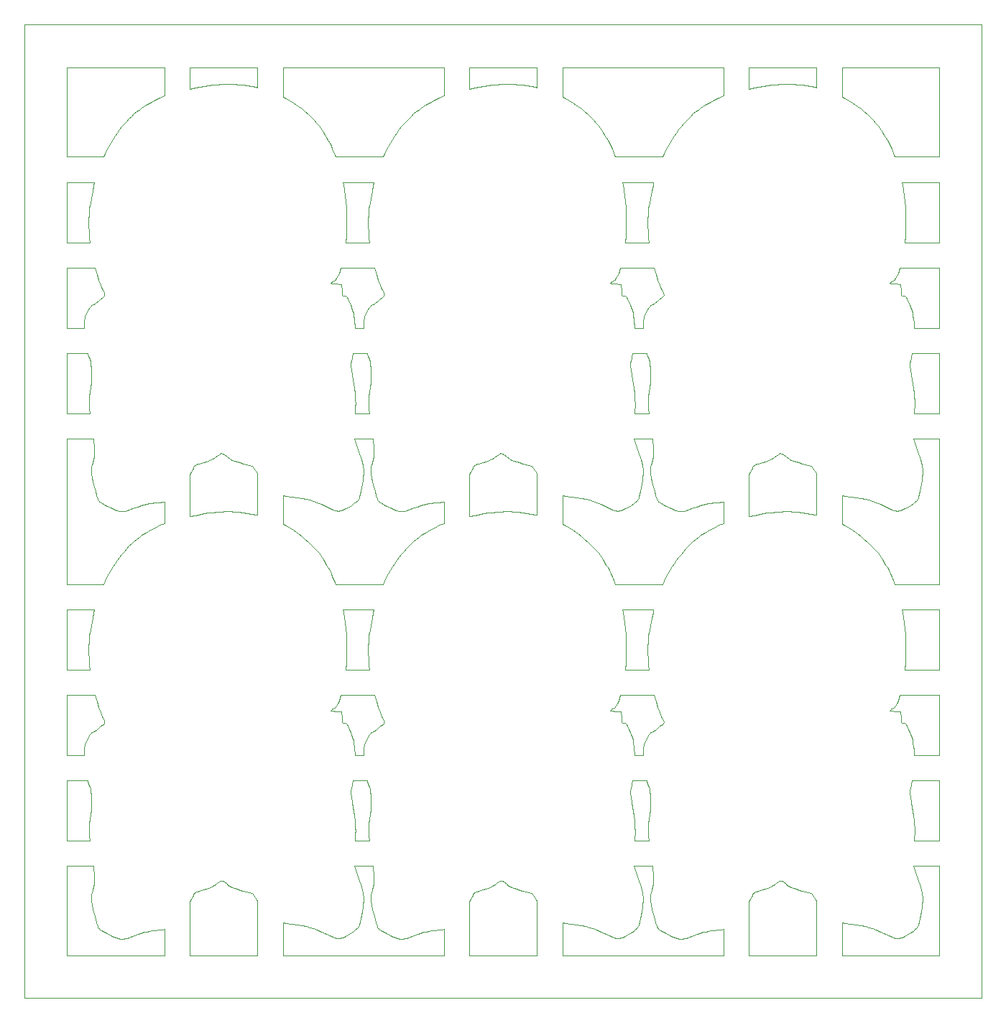
<source format=gm1>
G04 #@! TF.GenerationSoftware,KiCad,Pcbnew,8.0.4*
G04 #@! TF.CreationDate,2024-07-22T02:56:23-05:00*
G04 #@! TF.ProjectId,keanu-homeboy-panel,6b65616e-752d-4686-9f6d-65626f792d70,rev?*
G04 #@! TF.SameCoordinates,Original*
G04 #@! TF.FileFunction,Profile,NP*
%FSLAX46Y46*%
G04 Gerber Fmt 4.6, Leading zero omitted, Abs format (unit mm)*
G04 Created by KiCad (PCBNEW 8.0.4) date 2024-07-22 02:56:23*
%MOMM*%
%LPD*%
G01*
G04 APERTURE LIST*
G04 #@! TA.AperFunction,Profile*
%ADD10C,0.100000*%
G04 #@! TD*
G04 APERTURE END LIST*
D10*
X158652618Y-126442533D02*
X159083014Y-126578494D01*
X137116372Y-127708464D02*
X137330399Y-127636804D01*
X100063706Y-103445482D02*
X100006116Y-103483192D01*
X196969197Y-115038698D02*
X196961097Y-114673508D01*
X191135027Y-75924003D02*
X191589091Y-76037446D01*
X132509564Y-109194248D02*
X132605314Y-109519496D01*
X128224364Y-50484144D02*
X128208124Y-50457374D01*
X100175831Y-71520572D02*
X100122751Y-71678991D01*
X124378777Y-80016798D02*
X124096273Y-79816767D01*
X128413634Y-50249834D02*
X128460164Y-50238504D01*
X131663599Y-75372082D02*
X131758259Y-74999738D01*
X115390353Y-70565652D02*
X115481633Y-70600972D01*
X165847347Y-123193064D02*
X165867367Y-123364935D01*
X197655966Y-121686883D02*
X197340547Y-120712272D01*
X135550743Y-127543042D02*
X135873366Y-127678036D01*
X166649791Y-126437320D02*
X166699131Y-126531880D01*
X193212863Y-83072565D02*
X193034436Y-82796466D01*
X137067835Y-81763188D02*
X136785265Y-82081756D01*
X196849066Y-68824069D02*
X199904710Y-68824069D01*
X135181299Y-76965321D02*
X135550743Y-77137955D01*
X133052249Y-53021265D02*
X133000179Y-53040395D01*
X124748913Y-80310226D02*
X124378777Y-80016798D01*
X99999235Y-111246801D02*
X100002335Y-111671142D01*
X179643107Y-121817573D02*
X179898850Y-121713193D01*
X132910874Y-123193064D02*
X132930894Y-123364935D01*
X172289449Y-29474666D02*
X171788841Y-29796254D01*
X137330399Y-127636804D02*
X137995148Y-127381977D01*
X147403252Y-121484898D02*
X147587237Y-121361490D01*
X162880516Y-95999448D02*
X162939056Y-95325894D01*
X141510588Y-28366206D02*
X140976024Y-28603620D01*
X114025904Y-121713193D02*
X114258301Y-121602217D01*
X137942637Y-30500244D02*
X137646793Y-30769551D01*
X158800420Y-30901728D02*
X158438077Y-30559941D01*
X123320566Y-28928774D02*
X122880600Y-28675794D01*
X195510102Y-102360594D02*
X195466892Y-102340064D01*
X163974237Y-55743052D02*
X163966176Y-55456014D01*
X155817073Y-28675794D02*
X155489412Y-28496203D01*
X194851211Y-127729572D02*
X195009313Y-127732972D01*
X188753546Y-79080881D02*
X188425885Y-78901290D01*
X160454947Y-83367550D02*
X160276390Y-83072565D01*
X181611650Y-121149139D02*
X181731036Y-121238199D01*
X161798937Y-49883525D02*
X161943139Y-49629279D01*
X183007709Y-71531861D02*
X183351965Y-71633668D01*
X178527682Y-71738826D02*
X179063877Y-71600446D01*
X165816941Y-112598826D02*
X165755411Y-113100038D01*
X108574115Y-78771293D02*
X108039551Y-79008707D01*
X100410635Y-99067121D02*
X100621599Y-99816194D01*
X105815430Y-127121849D02*
X106159777Y-127021879D01*
X180189661Y-77502087D02*
X179683386Y-77568087D01*
X161281507Y-100926751D02*
X161205247Y-100910281D01*
X100329681Y-70206204D02*
X100331481Y-70435079D01*
X123734663Y-29179052D02*
X123320566Y-28928774D01*
X195936639Y-43551417D02*
X195939239Y-42860985D01*
X165872181Y-60841714D02*
X165875281Y-61266055D01*
X177447061Y-77951210D02*
X177447061Y-77406087D01*
X196961797Y-115410607D02*
X196969197Y-115038698D01*
X130002583Y-44920807D02*
X130042453Y-44238925D01*
X139742900Y-76470012D02*
X140055610Y-76420382D01*
X132030764Y-96067121D02*
X129936154Y-96067121D01*
X134415146Y-52007587D02*
X134354356Y-52070827D01*
X189969219Y-79816767D02*
X189607609Y-79584139D01*
X165017047Y-54819423D02*
X164989937Y-55056008D01*
X100331481Y-70435079D02*
X100325281Y-70645704D01*
X129148964Y-49320733D02*
X129285186Y-48966084D01*
X182726162Y-77424477D02*
X182218665Y-77406387D01*
X162872627Y-45662034D02*
X162880516Y-45594361D01*
X132735468Y-113717050D02*
X132678068Y-114235091D01*
X151869996Y-72013750D02*
X152223513Y-72527043D01*
X132032764Y-38581017D02*
X133280478Y-38581017D01*
X190999503Y-80629567D02*
X190621859Y-80310226D01*
X149789689Y-27019390D02*
X149282192Y-27001300D01*
X197135535Y-126583397D02*
X197220295Y-126493137D01*
X196444491Y-110282103D02*
X196471121Y-110060941D01*
X133004184Y-73396038D02*
X133112086Y-73916207D01*
X162908529Y-102382334D02*
X162847159Y-102349274D01*
X132903874Y-72654780D02*
X132910874Y-72787977D01*
X132911108Y-110850215D02*
X132935708Y-111246801D01*
X132032764Y-48662034D02*
X133347108Y-48662034D01*
X162221659Y-99371171D02*
X162319230Y-99067121D01*
X128245364Y-100787171D02*
X128299184Y-100731421D01*
X166202627Y-70206204D02*
X166204427Y-70435079D01*
X99095291Y-105988554D02*
X99098016Y-106148139D01*
X122552939Y-25000000D02*
X141510588Y-25000000D01*
X103070570Y-77321070D02*
X103180403Y-77353470D01*
X136116876Y-127758557D02*
X136276376Y-127791504D01*
X191135027Y-126329090D02*
X191589091Y-126442533D01*
X164404074Y-120712272D02*
X163912593Y-119229156D01*
X99671149Y-43678712D02*
X99687839Y-44401774D01*
X132118834Y-54603587D02*
X132080574Y-54819423D01*
X163040959Y-102545783D02*
X162971419Y-102445724D01*
X100329681Y-120611291D02*
X100331481Y-120840166D01*
X128260030Y-127529942D02*
X128459415Y-127607482D01*
X131758259Y-74999738D02*
X131844249Y-74588698D01*
X174447061Y-76259981D02*
X174447061Y-77404087D01*
X101519420Y-102079844D02*
X101539790Y-102173444D01*
X169524358Y-77405087D02*
X169686972Y-77389277D01*
X145154285Y-122338983D02*
X145271914Y-122264433D01*
X111885232Y-72436157D02*
X111959872Y-72270652D01*
X169171773Y-82765784D02*
X168904923Y-83130570D01*
X100448609Y-125425004D02*
X100590382Y-125914263D01*
X183233466Y-27054260D02*
X182726162Y-27019390D01*
X148418106Y-121006059D02*
X148544559Y-121068269D01*
X132677197Y-91948447D02*
X132654447Y-92164969D01*
X134268403Y-51330285D02*
X134414993Y-51575557D01*
X99772335Y-59432548D02*
X99861155Y-59739480D01*
X173304655Y-126789809D02*
X173906452Y-126729619D01*
X160981919Y-84344736D02*
X160808659Y-84005744D01*
X172679373Y-76470012D02*
X172992083Y-76420382D01*
X133059224Y-71678991D02*
X132998904Y-71889817D01*
X184752752Y-27259430D02*
X184246907Y-27174290D01*
X191589091Y-76037446D02*
X192019487Y-76173407D01*
X133261754Y-70645704D02*
X133247544Y-70840808D01*
X128651724Y-50145154D02*
X128720534Y-50075274D01*
X140976024Y-28603620D02*
X140426317Y-28872970D01*
X132920418Y-61717085D02*
X132880468Y-62193739D01*
X133112086Y-124321294D02*
X133242939Y-124878301D01*
X146428118Y-71510016D02*
X146706634Y-71412486D01*
X130906653Y-104734766D02*
X130835933Y-104386694D01*
X165613546Y-53380691D02*
X165473767Y-53599201D01*
X166204427Y-120840166D02*
X166198227Y-121050791D01*
X132865068Y-110482448D02*
X132911108Y-110850215D01*
X167412736Y-102173444D02*
X167412669Y-102260644D01*
X168388845Y-33498905D02*
X168140161Y-33906866D01*
X97095291Y-55743052D02*
X97095291Y-48662034D01*
X192857086Y-32136274D02*
X192646628Y-31867114D01*
X108370424Y-76282722D02*
X108571691Y-76260102D01*
X192904550Y-126944841D02*
X193914582Y-127434202D01*
X162708409Y-51943687D02*
X162632009Y-51956067D01*
X165885977Y-72144070D02*
X165852607Y-72409731D01*
X195165784Y-77312435D02*
X195324100Y-77277985D01*
X100869265Y-126579160D02*
X100945065Y-126640180D01*
X132034489Y-106148139D02*
X132032764Y-106148139D01*
X164719493Y-71281796D02*
X164404074Y-70307185D01*
X180682630Y-70827157D02*
X180899729Y-70640862D01*
X199904710Y-85986104D02*
X194644720Y-85986104D01*
X185159986Y-122932130D02*
X185297255Y-123142562D01*
X141510588Y-76259981D02*
X141510588Y-77404087D01*
X137942637Y-80905331D02*
X137646793Y-81174638D01*
X195644882Y-102348774D02*
X195568482Y-102361154D01*
X185425885Y-123369165D02*
X185425885Y-129810174D01*
X102025130Y-84733629D02*
X101789916Y-85168683D01*
X164989937Y-55056008D02*
X164973737Y-55311353D01*
X164958937Y-72394199D02*
X164934717Y-72158981D01*
X166198227Y-70645704D02*
X166184017Y-70840808D01*
X100374497Y-103290392D02*
X100224496Y-103382412D01*
X161798937Y-100288612D02*
X161943139Y-100034366D01*
X164969237Y-99067121D02*
X166283581Y-99067121D01*
X108571691Y-126665189D02*
X108574115Y-126665068D01*
X167412669Y-51855557D02*
X167392259Y-51935567D01*
X108571691Y-76260102D02*
X108574115Y-76259981D01*
X163471068Y-103423615D02*
X163340887Y-103129398D01*
X160978109Y-77029115D02*
X161196503Y-77124855D01*
X132998904Y-71889817D02*
X132949504Y-72144070D01*
X148675177Y-121149139D02*
X148794563Y-121238199D01*
X158198554Y-126329090D02*
X158652618Y-126442533D01*
X112217812Y-122338983D02*
X112335441Y-122264433D01*
X132865068Y-60077361D02*
X132911108Y-60445128D01*
X102267215Y-84311953D02*
X102025130Y-84733629D01*
X163686826Y-104052192D02*
X163586380Y-103731189D01*
X145591209Y-122143913D02*
X146127404Y-122005533D01*
X133160969Y-103382412D02*
X133100209Y-103411232D01*
X195923279Y-92575419D02*
X195888749Y-91887247D01*
X162847159Y-51944187D02*
X162782169Y-51935087D01*
X146127404Y-122005533D02*
X146428118Y-121915103D01*
X103848792Y-31676669D02*
X103571190Y-32010980D01*
X165592575Y-95486858D02*
X165638387Y-96067121D01*
X163856193Y-76469294D02*
X164098396Y-76272950D01*
X103180403Y-77353470D02*
X103339903Y-77386417D01*
X99878376Y-53202455D02*
X99740600Y-53380691D01*
X132605314Y-109519496D02*
X132708808Y-109837635D01*
X101384326Y-85986104D02*
X97095291Y-85986104D01*
X166592121Y-52610912D02*
X166418936Y-52758680D01*
X133773344Y-100503006D02*
X133982043Y-101090098D01*
X132938808Y-61266055D02*
X132920418Y-61717085D01*
X99100791Y-55311353D02*
X99095291Y-55583467D01*
X195888749Y-91887247D02*
X195835689Y-91204257D01*
X163340887Y-103129398D02*
X163122289Y-102688853D01*
X132935708Y-111246801D02*
X132938808Y-111671142D01*
X180899729Y-70640862D02*
X180980599Y-70585332D01*
X196444791Y-60306564D02*
X196435691Y-60085483D01*
X100013031Y-122549157D02*
X99979661Y-122814818D01*
X166097442Y-52977325D02*
X166036682Y-53006145D01*
X155489412Y-125918720D02*
X155840633Y-125975350D01*
X115026783Y-70640862D02*
X115107653Y-70585332D01*
X150071236Y-71531861D02*
X150415492Y-71633668D01*
X181051229Y-120957209D02*
X181117779Y-120944239D01*
X170004308Y-81763188D02*
X169721738Y-82081756D01*
X99710275Y-115155043D02*
X99738905Y-115647347D01*
X195660169Y-77151555D02*
X195844873Y-77059315D01*
X134797344Y-127176968D02*
X135181299Y-127370408D01*
X177447061Y-77404087D02*
X177447061Y-73035157D01*
X146746913Y-27163000D02*
X146241322Y-27245850D01*
X161579738Y-127666692D02*
X161751529Y-127707432D01*
X115330728Y-27015510D02*
X114823526Y-27047840D01*
X164967237Y-38581017D02*
X164969237Y-38581017D01*
X164967237Y-119229156D02*
X164969237Y-119229156D01*
X196638924Y-58743052D02*
X199904710Y-58743052D01*
X99668841Y-109519496D02*
X99772335Y-109837635D01*
X152473207Y-72930991D02*
X152489412Y-72964078D01*
X101539723Y-51855557D02*
X101519313Y-51935567D01*
X168140161Y-33906866D02*
X167898076Y-34328542D01*
X167392366Y-102079844D02*
X167412736Y-102173444D01*
X129787223Y-127556642D02*
X129971927Y-127464402D01*
X151816279Y-27259430D02*
X151310434Y-27174290D01*
X104179899Y-77303377D02*
X104393926Y-77231717D01*
X148774647Y-77405087D02*
X148267201Y-77420597D01*
X97095291Y-96067121D02*
X97095291Y-88986104D01*
X108033506Y-76324532D02*
X108370424Y-76282722D01*
X101068109Y-102719260D02*
X100893503Y-102862229D01*
X112237682Y-77839954D02*
X111574115Y-77951210D01*
X184806469Y-122418837D02*
X185159986Y-122932130D01*
X115950850Y-121324999D02*
X116067621Y-121437520D01*
X116591723Y-121741498D02*
X116840624Y-121838558D01*
X100301661Y-120087879D02*
X100329681Y-120611291D01*
X133242939Y-124878301D02*
X133385082Y-125425004D01*
X101145400Y-101339336D02*
X101241130Y-101555349D01*
X178208387Y-122264433D02*
X178351997Y-122200963D01*
X164969237Y-116229156D02*
X164967237Y-116229156D01*
X127872186Y-84005744D02*
X127696213Y-83679312D01*
X170879110Y-80905331D02*
X170583266Y-81174638D01*
X106944991Y-79570199D02*
X106416503Y-79879753D01*
X100115776Y-53021265D02*
X100063706Y-53040395D01*
X100006116Y-103483192D02*
X99944006Y-103537782D01*
X132622067Y-92711978D02*
X132606667Y-93368546D01*
X188777106Y-75570263D02*
X190060608Y-75737803D01*
X165611851Y-65242260D02*
X165671751Y-65816376D01*
X181481032Y-70663182D02*
X181611650Y-70744052D01*
X197791025Y-124562521D02*
X197849175Y-124129501D01*
X196934417Y-63874385D02*
X196886027Y-63415945D01*
X130066293Y-93266072D02*
X130050333Y-92575419D01*
X131414489Y-126408797D02*
X131462309Y-126331887D01*
X196471121Y-59655854D02*
X196638924Y-58743052D01*
X132032764Y-116229156D02*
X132030764Y-116229156D01*
X165590920Y-41759882D02*
X165558540Y-42306891D01*
X194393960Y-100632881D02*
X194457990Y-100601421D01*
X128862464Y-49883525D02*
X129006666Y-49629279D01*
X126984140Y-82541361D02*
X126773682Y-82272201D01*
X131061471Y-114279472D02*
X131013081Y-113821032D01*
X101478520Y-101980644D02*
X101519420Y-102079844D01*
X113770161Y-121817573D02*
X114025904Y-121713193D01*
X135707383Y-33104998D02*
X135452372Y-33498905D01*
X178351997Y-71795876D02*
X178527682Y-71738826D01*
X190999503Y-30224480D02*
X190621859Y-29905139D01*
X99979661Y-122814818D02*
X99967401Y-123059867D01*
X132624312Y-44401774D02*
X132656102Y-45081771D01*
X197385975Y-126222726D02*
X197436725Y-126092347D01*
X195977432Y-102545783D02*
X195907892Y-102445724D01*
X132015199Y-123713198D02*
X132031489Y-123332081D01*
X168643856Y-33104998D02*
X168388845Y-33498905D01*
X127518474Y-83367550D02*
X127339917Y-83072565D01*
X181203674Y-27015510D02*
X180696472Y-27047840D01*
X195350202Y-50584504D02*
X194674691Y-50555084D01*
X138852368Y-80201341D02*
X138545696Y-80418344D01*
X173912497Y-28603620D02*
X173362790Y-28872970D01*
X131029703Y-105861101D02*
X131003533Y-105471899D01*
X148044126Y-70585332D02*
X148114756Y-70552122D01*
X101478673Y-52007587D02*
X101417883Y-52070827D01*
X100590382Y-125914263D02*
X100720125Y-126298936D01*
X161521517Y-100601421D02*
X161588197Y-100550241D01*
X101222717Y-52197967D02*
X101068109Y-52314173D01*
X111574115Y-77951210D02*
X111574115Y-77406087D01*
X195568482Y-51956067D02*
X195510102Y-51955507D01*
X165995697Y-71678991D02*
X165935377Y-71889817D01*
X173906452Y-76324532D02*
X174243370Y-76282722D01*
X132030764Y-68824069D02*
X132032764Y-68824069D01*
X160978109Y-127434202D02*
X161196503Y-127529942D01*
X167412736Y-51768357D02*
X167412669Y-51855557D01*
X128456826Y-50534704D02*
X128345034Y-50521664D01*
X133656598Y-75893849D02*
X133713318Y-76032233D01*
X119552939Y-25000000D02*
X119552939Y-27400830D01*
X124748913Y-29905139D02*
X124378777Y-29611711D01*
X164951672Y-123713198D02*
X164967962Y-123332081D01*
X164283822Y-76088050D02*
X164350962Y-76003710D01*
X196435691Y-60085483D02*
X196444491Y-59877016D01*
X132022464Y-122799286D02*
X131998244Y-122564068D01*
X129972056Y-51977247D02*
X129910686Y-51944187D01*
X132283864Y-104507649D02*
X132186284Y-104765263D01*
X130404414Y-52724311D02*
X130185816Y-52283766D01*
X99882465Y-113100038D02*
X99798995Y-113717050D01*
X146706634Y-71412486D02*
X146962377Y-71308106D01*
X165988722Y-53021265D02*
X165936652Y-53040395D01*
X169444136Y-32010980D02*
X169171773Y-32360697D01*
X166699131Y-76126793D02*
X166742211Y-76174073D01*
X144510588Y-129810174D02*
X144510588Y-123440244D01*
X149146576Y-71137969D02*
X149319649Y-71238601D01*
X100374497Y-52885305D02*
X100224496Y-52977325D01*
X115858090Y-121238199D02*
X115950850Y-121324999D01*
X99670194Y-93368546D02*
X99671149Y-94083799D01*
X103988394Y-127760724D02*
X104179899Y-127708464D01*
X134415146Y-102412674D02*
X134354356Y-102475914D01*
X131037764Y-55743052D02*
X131029703Y-55456014D01*
X136235300Y-82765784D02*
X135968450Y-83130570D01*
X165613546Y-103785778D02*
X165473767Y-104004288D01*
X165875281Y-111671142D02*
X165856891Y-112122172D01*
X162708409Y-102348774D02*
X162632009Y-102361154D01*
X130571845Y-110711651D02*
X130562745Y-110490570D01*
X128459415Y-77202395D02*
X128643265Y-77261605D01*
X115950850Y-70919912D02*
X116067621Y-71032433D01*
X166463328Y-75509176D02*
X166593071Y-75893849D01*
X128521014Y-50227794D02*
X128585044Y-50196334D01*
X161943139Y-100034366D02*
X162085437Y-99725820D01*
X125501604Y-30559941D02*
X125126557Y-30224480D01*
X163535248Y-110970654D02*
X163508318Y-110711651D01*
X177993018Y-72024186D02*
X178090758Y-71933896D01*
X125262081Y-75924003D02*
X125716145Y-76037446D01*
X147963256Y-121045949D02*
X148044126Y-120990419D01*
X119424309Y-72737475D02*
X119536734Y-72930991D01*
X161393299Y-50534704D02*
X161281507Y-50521664D01*
X165867367Y-72959848D02*
X165940657Y-73396038D01*
X101222717Y-102603054D02*
X101068109Y-102719260D01*
X197135535Y-76178310D02*
X197220295Y-76088050D01*
X129972056Y-102382334D02*
X129910686Y-102349274D01*
X129382757Y-99067121D02*
X132030764Y-99067121D01*
X197536545Y-125777169D02*
X197631205Y-125404825D01*
X134726389Y-85168683D02*
X134498317Y-85616776D01*
X129451154Y-77277985D02*
X129614790Y-77224405D01*
X168117772Y-127370408D02*
X168487216Y-127543042D01*
X146962377Y-71308106D02*
X147194774Y-71197130D01*
X103031977Y-32725483D02*
X102770910Y-33104998D01*
X132701914Y-45662034D02*
X132032764Y-45662034D01*
X113491645Y-71510016D02*
X113770161Y-71412486D01*
X129563076Y-51887447D02*
X129541686Y-51805887D01*
X165560785Y-94806861D02*
X165592575Y-95486858D01*
X127872186Y-33600657D02*
X127696213Y-33274225D01*
X161457487Y-100632881D02*
X161521517Y-100601421D01*
X132920418Y-112122172D02*
X132880468Y-112598826D01*
X161281507Y-50521664D02*
X161205247Y-50505194D01*
X162978926Y-94644012D02*
X163000166Y-93956504D01*
X165672765Y-65824069D02*
X164969237Y-65824069D01*
X196876479Y-55066812D02*
X196835469Y-54691390D01*
X129148964Y-99725820D02*
X129285186Y-99371171D01*
X99974401Y-123193064D02*
X99994421Y-123364935D01*
X131783020Y-71281796D02*
X131467601Y-70307185D01*
X128815056Y-127707432D02*
X128978265Y-127729572D01*
X97095291Y-25000000D02*
X108574115Y-25000000D01*
X159446565Y-81970195D02*
X159139951Y-81645135D01*
X132903874Y-123059867D02*
X132910874Y-123193064D01*
X135550743Y-77137955D02*
X135873366Y-77272949D01*
X164968237Y-105988554D02*
X164970962Y-106148139D01*
X132030764Y-38581017D02*
X132032764Y-38581017D01*
X135873366Y-127678036D02*
X136007043Y-127726157D01*
X169861340Y-77355637D02*
X170052845Y-77303377D01*
X196708879Y-104386694D02*
X196623299Y-104052192D01*
X116853216Y-77424477D02*
X116345719Y-77406387D01*
X113190931Y-122005533D02*
X113491645Y-121915103D01*
X101331930Y-101735372D02*
X101478520Y-101980644D01*
X114258301Y-71197130D02*
X114466779Y-71079811D01*
X152489412Y-77404087D02*
X152489412Y-77406087D01*
X125501604Y-80965028D02*
X125126557Y-80629567D01*
X132938808Y-111671142D02*
X132920418Y-112122172D01*
X181186419Y-120949439D02*
X181263299Y-120970739D01*
X166247443Y-52885305D02*
X166097442Y-52977325D01*
X133112304Y-71520572D02*
X133059224Y-71678991D01*
X166084950Y-119229156D02*
X166113617Y-119458731D01*
X131088851Y-65005520D02*
X131096251Y-64633611D01*
X161316509Y-34646881D02*
X161151518Y-34289093D01*
X196779599Y-54329679D02*
X196708879Y-53981607D01*
X162737596Y-89864636D02*
X162629089Y-89213408D01*
X99100791Y-105716440D02*
X99095291Y-105988554D01*
X140055610Y-76420382D02*
X140368182Y-76384722D01*
X103070570Y-127726157D02*
X103180403Y-127758557D01*
X197287435Y-76003710D02*
X197335255Y-75926800D01*
X163586380Y-103731189D02*
X163471068Y-103423615D01*
X99670194Y-42963459D02*
X99671149Y-43678712D01*
X167351619Y-102412674D02*
X167290829Y-102475914D01*
X132080574Y-105224510D02*
X132053464Y-105461095D01*
X168809839Y-127678036D02*
X168943516Y-127726157D01*
X115107653Y-70585332D02*
X115178283Y-70552122D01*
X118879806Y-77664517D02*
X118373961Y-77579377D01*
X193569159Y-33274225D02*
X193391420Y-32962463D01*
X171788841Y-29796254D02*
X171482169Y-30013257D01*
X163876314Y-62857538D02*
X163642760Y-61298576D01*
X162221659Y-48966084D02*
X162319230Y-48662034D01*
X100720125Y-75893849D02*
X100776845Y-76032233D01*
X199904710Y-96067121D02*
X195809100Y-96067121D01*
X101045570Y-50685011D02*
X101145400Y-50934249D01*
X147253188Y-27097000D02*
X146746913Y-27163000D01*
X132030764Y-119229156D02*
X132032764Y-119229156D01*
X159968077Y-76539754D02*
X160978109Y-77029115D01*
X117878275Y-122146056D02*
X118933523Y-122418837D01*
X134354356Y-52070827D02*
X134159190Y-52197967D01*
X114823526Y-27047840D02*
X114316715Y-27097000D01*
X101145400Y-50934249D02*
X101241130Y-51150262D01*
X122904160Y-75570263D02*
X124187662Y-75737803D01*
X197895410Y-72394199D02*
X197871190Y-72158981D01*
X166036682Y-103411232D02*
X165988722Y-103426352D01*
X135707383Y-83510085D02*
X135452372Y-83903992D01*
X194329772Y-50534704D02*
X194217980Y-50521664D01*
X132032764Y-88986104D02*
X133280478Y-88986104D01*
X189193512Y-28928774D02*
X188753546Y-28675794D01*
X126203478Y-31240048D02*
X125863947Y-30901728D01*
X100893503Y-102862229D02*
X100719175Y-103015999D01*
X178110628Y-77839954D02*
X177447061Y-77951210D01*
X185425885Y-27400830D02*
X185257819Y-27361298D01*
X160808659Y-84005744D02*
X160632686Y-83679312D01*
X197904710Y-123047061D02*
X197895410Y-122799286D01*
X165751322Y-103607542D02*
X165613546Y-103785778D01*
X171688376Y-127121849D02*
X172032723Y-127021879D01*
X132015199Y-73308111D02*
X132031489Y-72926994D01*
X118879806Y-27259430D02*
X118373961Y-27174290D01*
X127696213Y-83679312D02*
X127518474Y-83367550D01*
X164398782Y-126331887D02*
X164449502Y-126222726D01*
X132031764Y-55583467D02*
X132034489Y-55743052D01*
X196886027Y-113821032D02*
X196812787Y-113262625D01*
X133148477Y-68824069D02*
X133177144Y-69053644D01*
X100067711Y-123801125D02*
X100175613Y-124321294D01*
X133112304Y-121925659D02*
X133059224Y-122084078D01*
X136235300Y-32360697D02*
X135968450Y-32725483D01*
X129526946Y-102088361D02*
X129506006Y-101691851D01*
X112237682Y-27434867D02*
X111574115Y-27546123D01*
X155489412Y-129810174D02*
X155489412Y-125918720D01*
X164951672Y-73308111D02*
X164967962Y-72926994D01*
X130104486Y-52140696D02*
X130034946Y-52040637D01*
X131953804Y-122316720D02*
X131883834Y-122032555D01*
X196961097Y-114673508D02*
X196934417Y-114279472D01*
X195255703Y-99067121D02*
X199904710Y-99067121D01*
X168140161Y-84311953D02*
X167898076Y-84733629D01*
X161151518Y-84694180D02*
X160981919Y-84344736D01*
X99767954Y-91778394D02*
X99740724Y-91948447D01*
X171788841Y-80201341D02*
X171482169Y-80418344D01*
X128815056Y-77302345D02*
X128978265Y-77324485D01*
X99740724Y-91948447D02*
X99717974Y-92164969D01*
X137355102Y-31055616D02*
X137067835Y-31358101D01*
X165872181Y-111246801D02*
X165875281Y-111671142D01*
X163949554Y-63415945D02*
X163876314Y-62857538D01*
X170931621Y-76976890D02*
X171323076Y-76836327D01*
X194593480Y-50075274D02*
X194663900Y-49987724D01*
X103180403Y-127758557D02*
X103339903Y-127791504D01*
X125863947Y-30901728D02*
X125501604Y-30559941D01*
X195764119Y-40124066D02*
X195674069Y-39459549D01*
X199904710Y-58743052D02*
X199904710Y-65824069D01*
X166202627Y-120611291D02*
X166204427Y-120840166D01*
X128215045Y-84694180D02*
X128045446Y-84344736D01*
X197655966Y-71281796D02*
X197340547Y-70307185D01*
X100776845Y-126437320D02*
X100826185Y-126531880D01*
X164969237Y-96067121D02*
X164967237Y-96067121D01*
X136750499Y-127794364D02*
X136924867Y-127760724D01*
X194516211Y-127666692D02*
X194688002Y-127707432D01*
X163898996Y-105096477D02*
X163843126Y-104734766D01*
X139742900Y-126875099D02*
X140055610Y-126825469D01*
X164967237Y-68824069D02*
X164969237Y-68824069D01*
X167051625Y-126795018D02*
X167367665Y-126979559D01*
X131262589Y-76178310D02*
X131347349Y-76088050D01*
X107119137Y-126825469D02*
X107431709Y-126789809D01*
X144703027Y-123084870D02*
X144821705Y-122841244D01*
X115481633Y-121006059D02*
X115608086Y-121068269D01*
X164967237Y-88986104D02*
X164969237Y-88986104D01*
X197756780Y-71627468D02*
X197655966Y-71281796D01*
X152223513Y-72527043D02*
X152360782Y-72737475D01*
X100269557Y-38904894D02*
X100122652Y-39610991D01*
X131262589Y-126583397D02*
X131347349Y-126493137D01*
X133526855Y-125914263D02*
X133656598Y-126298936D01*
X112335441Y-122264433D02*
X112479051Y-122200963D01*
X164098396Y-76272950D02*
X164199062Y-76178310D01*
X180980599Y-70585332D02*
X181051229Y-70552122D01*
X99798805Y-65816376D02*
X99799819Y-65824069D01*
X148267201Y-77420597D02*
X147759999Y-77452927D01*
X166918516Y-101090098D02*
X167018346Y-101339336D01*
X161294097Y-100685771D02*
X161350107Y-100654921D01*
X104393926Y-127636804D02*
X105058675Y-127381977D01*
X133148477Y-119229156D02*
X133177144Y-119458731D01*
X122552939Y-75513633D02*
X122904160Y-75570263D01*
X131069171Y-65419707D02*
X131088851Y-65005520D01*
X97095291Y-65824069D02*
X97095291Y-58743052D01*
X192450033Y-126743691D02*
X192904550Y-126944841D01*
X179063877Y-122005533D02*
X179364591Y-121915103D01*
X130976120Y-119229156D02*
X132030764Y-119229156D01*
X177447061Y-77406087D02*
X177447061Y-77404087D01*
X133655648Y-103015999D02*
X133482463Y-103163767D01*
X134476263Y-51768357D02*
X134476196Y-51855557D01*
X133177144Y-119458731D02*
X133238134Y-120087879D01*
X165614541Y-114235091D02*
X165584521Y-114699357D01*
X151816279Y-77664517D02*
X151310434Y-77579377D01*
X163966176Y-105861101D02*
X163940006Y-105471899D01*
X100288961Y-121428206D02*
X100259001Y-121600451D01*
X101384326Y-35581017D02*
X97095291Y-35581017D01*
X131976229Y-73724414D02*
X132015199Y-73308111D01*
X119552939Y-72964078D02*
X119552939Y-77404087D01*
X104710320Y-81174638D02*
X104418629Y-81460703D01*
X117360520Y-27054260D02*
X116853216Y-27019390D01*
X193212863Y-32667478D02*
X193034436Y-32391379D01*
X128585044Y-100601421D02*
X128651724Y-100550241D01*
X157032746Y-29411680D02*
X156671136Y-29179052D01*
X163122289Y-102688853D02*
X163040959Y-102545783D01*
X132677073Y-103785778D02*
X132537294Y-104004288D01*
X130598175Y-59655854D02*
X130765978Y-58743052D01*
X130063693Y-93956504D02*
X130066293Y-93266072D01*
X131563779Y-126092347D02*
X131663599Y-125777169D01*
X188425885Y-129810174D02*
X188425885Y-125918720D01*
X132675378Y-65242260D02*
X132735278Y-65816376D01*
X132656102Y-95486858D02*
X132701914Y-96067121D01*
X194286580Y-100654921D02*
X194333110Y-100643591D01*
X196969197Y-64633611D02*
X196961097Y-64268421D01*
X161396637Y-50238504D02*
X161457487Y-50227794D01*
X133059125Y-39610991D02*
X132704427Y-41373307D01*
X167114076Y-51150262D02*
X167204876Y-51330285D01*
X133000179Y-103445482D02*
X132942589Y-103483192D01*
X194735410Y-100288612D02*
X194879612Y-100034366D01*
X195520140Y-88986104D02*
X199904710Y-88986104D01*
X164970962Y-106148139D02*
X164969237Y-106148139D01*
X129944043Y-45594361D02*
X130002583Y-44920807D01*
X181731036Y-121238199D02*
X181823796Y-121324999D01*
X148774647Y-27000000D02*
X148267201Y-27015510D01*
X119552939Y-77404087D02*
X119552939Y-77406087D01*
X128862464Y-100288612D02*
X129006666Y-100034366D01*
X155840633Y-75570263D02*
X157124135Y-75737803D01*
X148181306Y-120944239D02*
X148249946Y-120949439D01*
X97095291Y-58743052D02*
X99560843Y-58743052D01*
X165645281Y-109837635D02*
X165734101Y-110144567D01*
X164968237Y-72641974D02*
X164958937Y-72394199D01*
X195487736Y-77224405D02*
X195660169Y-77151555D01*
X99249811Y-104765263D02*
X99182361Y-105008674D01*
X133526855Y-75509176D02*
X133656598Y-75893849D01*
X132677197Y-41543360D02*
X132654447Y-41759882D01*
X132032764Y-85986104D02*
X132030764Y-85986104D01*
X140368182Y-76384722D02*
X140969979Y-76324532D01*
X164969237Y-119229156D02*
X166084950Y-119229156D01*
X102936893Y-127678036D02*
X103070570Y-127726157D01*
X141510588Y-77404087D02*
X141510588Y-77406087D01*
X103814026Y-77389277D02*
X103988394Y-77355637D01*
X192450033Y-76338604D02*
X192904550Y-76539754D01*
X165995697Y-122084078D02*
X165935377Y-122294904D01*
X130571845Y-60306564D02*
X130562745Y-60085483D01*
X105450130Y-76836327D02*
X105815430Y-76716762D01*
X166174607Y-120087879D02*
X166202627Y-120611291D01*
X163570905Y-127069965D02*
X163856193Y-126874381D01*
X136276376Y-127791504D02*
X136431639Y-127808974D01*
X172679373Y-126875099D02*
X172992083Y-126825469D01*
X130598175Y-110060941D02*
X130765978Y-109148139D01*
X129910686Y-51944187D02*
X129845696Y-51935087D01*
X162952276Y-91887247D02*
X162899216Y-91204257D01*
X132403546Y-104249451D02*
X132283864Y-104507649D01*
X116210103Y-121543056D02*
X116383176Y-121643688D01*
X196579233Y-111703663D02*
X196471721Y-110970654D01*
X99738905Y-65242260D02*
X99798805Y-65816376D01*
X131046774Y-116229156D02*
X131069171Y-115824794D01*
X132032764Y-99067121D02*
X133347108Y-99067121D01*
X185425885Y-77805917D02*
X185257819Y-77766385D01*
X188425885Y-78901290D02*
X188425885Y-77406087D01*
X103339903Y-77386417D02*
X103495166Y-77403887D01*
X106944991Y-29165112D02*
X106416503Y-29474666D01*
X147746157Y-121232244D02*
X147963256Y-121045949D01*
X163002766Y-93266072D02*
X162986806Y-92575419D01*
X180339725Y-121484898D02*
X180523710Y-121361490D01*
X147403252Y-71079811D02*
X147587237Y-70956403D01*
X150803956Y-27105900D02*
X150296993Y-27054260D01*
X129695536Y-51956067D02*
X129637156Y-51955507D01*
X136007043Y-127726157D02*
X136116876Y-127758557D01*
X116383176Y-121643688D02*
X116591723Y-121741498D01*
X194252982Y-85051968D02*
X194087991Y-84694180D01*
X197631205Y-125404825D02*
X197717195Y-124993785D01*
X100175613Y-124321294D02*
X100306466Y-124878301D01*
X195835689Y-91204257D02*
X195764119Y-90529153D01*
X129477256Y-100989591D02*
X128801745Y-100960171D01*
X99347391Y-104507649D02*
X99249811Y-104765263D01*
X164820307Y-122032555D02*
X164719493Y-121686883D01*
X165473767Y-104004288D02*
X165340019Y-104249451D01*
X161628874Y-35379054D02*
X161316509Y-34646881D01*
X162583667Y-88986104D02*
X164967237Y-88986104D01*
X102614270Y-77137955D02*
X102936893Y-77272949D01*
X195875529Y-44920807D02*
X195915399Y-44238925D01*
X133713318Y-126437320D02*
X133762658Y-126531880D01*
X167204876Y-101735372D02*
X167351466Y-101980644D01*
X144896345Y-122675739D02*
X144972595Y-122539970D01*
X181940567Y-71032433D02*
X182083049Y-71137969D01*
X185409680Y-72930991D02*
X185425885Y-72964078D01*
X103814026Y-127794364D02*
X103988394Y-127760724D01*
X164968237Y-123047061D02*
X164958937Y-122799286D01*
X167392259Y-51935567D02*
X167351619Y-52007587D01*
X100325281Y-70645704D02*
X100311071Y-70840808D01*
X131013081Y-113821032D02*
X130939841Y-113262625D01*
X172361321Y-76535012D02*
X172679373Y-76470012D01*
X100175831Y-121925659D02*
X100122751Y-122084078D01*
X129637156Y-51955507D02*
X129593946Y-51934977D01*
X100221271Y-121765359D02*
X100175831Y-121925659D01*
X196623299Y-53647105D02*
X196522853Y-53326102D01*
X99560843Y-109148139D02*
X99573091Y-109194248D01*
X145056545Y-122429273D02*
X145154285Y-122338983D01*
X102244826Y-76965321D02*
X102614270Y-77137955D01*
X164967237Y-109148139D02*
X164969237Y-109148139D01*
X161396637Y-100643591D02*
X161457487Y-100632881D01*
X106159777Y-76616792D02*
X106488375Y-76535012D01*
X163966176Y-55456014D02*
X163940006Y-55066812D01*
X152321346Y-77766385D02*
X151816279Y-77664517D01*
X162971419Y-52040637D02*
X162908529Y-51977247D01*
X194332361Y-77202395D02*
X194516211Y-77261605D01*
X101789916Y-85168683D02*
X101561844Y-85616776D01*
X116067621Y-121437520D02*
X116210103Y-121543056D01*
X119384873Y-27361298D02*
X118879806Y-27259430D01*
X152489412Y-77406087D02*
X152489412Y-77805917D01*
X132037264Y-55311353D02*
X132031764Y-55583467D01*
X177758178Y-122841244D02*
X177832818Y-122675739D01*
X165340019Y-53844364D02*
X165220337Y-54102562D01*
X133238134Y-120087879D02*
X133266154Y-120611291D01*
X160276390Y-83072565D02*
X160097963Y-82796466D01*
X99685594Y-42306891D02*
X99670194Y-42963459D01*
X99798995Y-63311963D02*
X99741595Y-63830004D01*
X168487216Y-127543042D02*
X168809839Y-127678036D01*
X137995148Y-127381977D02*
X138386603Y-127241414D01*
X162872627Y-96067121D02*
X162880516Y-95999448D01*
X182256122Y-121643688D02*
X182464669Y-121741498D01*
X162908529Y-51977247D02*
X162847159Y-51944187D01*
X115107653Y-120990419D02*
X115178283Y-120957209D01*
X194081070Y-50457374D02*
X194089270Y-50423734D01*
X133195474Y-71195364D02*
X133157744Y-71360272D01*
X161943139Y-49629279D02*
X162085437Y-49320733D01*
X99098016Y-106148139D02*
X97095291Y-106148139D01*
X144510588Y-77951210D02*
X144510588Y-77406087D01*
X97095291Y-88986104D02*
X100344005Y-88986104D01*
X105915895Y-29796254D02*
X105609223Y-30013257D01*
X195875529Y-95325894D02*
X195915399Y-94644012D01*
X165433789Y-58743052D02*
X165446037Y-58789161D01*
X193918392Y-33939649D02*
X193745132Y-33600657D01*
X163508318Y-60306564D02*
X163499218Y-60085483D01*
X131061471Y-63874385D02*
X131013081Y-63415945D01*
X161751529Y-77302345D02*
X161914738Y-77324485D01*
X195888749Y-41482160D02*
X195835689Y-40799170D01*
X133280478Y-38581017D02*
X133206030Y-38904894D01*
X124187662Y-126142890D02*
X124760527Y-126231450D01*
X128460164Y-100643591D02*
X128521014Y-100632881D01*
X132034489Y-55743052D02*
X132032764Y-55743052D01*
X132735278Y-116221463D02*
X132736292Y-116229156D01*
X132030764Y-99067121D02*
X132032764Y-99067121D01*
X97095291Y-119229156D02*
X100212004Y-119229156D01*
X132032764Y-65824069D02*
X132030764Y-65824069D01*
X130050333Y-92575419D02*
X130015803Y-91887247D01*
X189607609Y-79584139D02*
X189193512Y-79333861D01*
X163040959Y-52140696D02*
X162971419Y-52040637D01*
X135968450Y-32725483D02*
X135707383Y-33104998D01*
X128045446Y-33939649D02*
X127872186Y-33600657D01*
X164854552Y-124562521D02*
X164912702Y-124129501D01*
X100621599Y-49411107D02*
X100836871Y-50097919D01*
X196886027Y-63415945D02*
X196812787Y-62857538D01*
X132605314Y-59114409D02*
X132708808Y-59432548D01*
X165751322Y-53202455D02*
X165613546Y-53380691D01*
X180696472Y-27047840D02*
X180189661Y-27097000D01*
X132497316Y-58743052D02*
X132509564Y-58789161D01*
X163997944Y-63874385D02*
X163949554Y-63415945D01*
X134177603Y-51150262D02*
X134268403Y-51330285D01*
X112120072Y-122429273D02*
X112217812Y-122338983D01*
X164890277Y-71911633D02*
X164820307Y-71627468D01*
X111574115Y-25000000D02*
X119552939Y-25000000D01*
X194879612Y-100034366D02*
X195021910Y-99725820D01*
X99798995Y-113717050D02*
X99741595Y-114235091D01*
X164694732Y-74999738D02*
X164780722Y-74588698D01*
X136116876Y-77353470D02*
X136276376Y-77386417D01*
X165995598Y-39610991D02*
X165640900Y-41373307D01*
X162319230Y-99067121D02*
X164967237Y-99067121D01*
X99799819Y-116229156D02*
X97095291Y-116229156D01*
X130835933Y-53981607D02*
X130750353Y-53647105D01*
X164199062Y-76178310D02*
X164283822Y-76088050D01*
X133881538Y-126640180D02*
X134115152Y-126795018D01*
X157124135Y-126142890D02*
X157697000Y-126231450D01*
X132031764Y-72641974D02*
X132022464Y-72394199D01*
X196471721Y-110970654D02*
X196444791Y-110711651D01*
X199904710Y-99067121D02*
X199904710Y-106148139D01*
X127161490Y-32391379D02*
X126984140Y-32136274D01*
X134004582Y-102719260D02*
X133829976Y-102862229D01*
X167290829Y-52070827D02*
X167095663Y-52197967D01*
X170583266Y-81174638D02*
X170291575Y-81460703D01*
X132735278Y-65816376D02*
X132736292Y-65824069D01*
X129593946Y-51934977D02*
X129563076Y-51887447D01*
X183351965Y-71633668D02*
X183751221Y-71740969D01*
X134004582Y-52314173D02*
X133829976Y-52457142D01*
X108370424Y-126687809D02*
X108571691Y-126665189D01*
X138386603Y-76836327D02*
X138751903Y-76716762D01*
X132031489Y-72926994D02*
X132031764Y-72641974D01*
X166321555Y-75019917D02*
X166463328Y-75509176D01*
X144972595Y-122539970D02*
X145056545Y-122429273D01*
X196934417Y-114279472D02*
X196886027Y-113821032D01*
X99573091Y-109194248D02*
X99668841Y-109519496D01*
X133059125Y-90016078D02*
X132704427Y-91778394D01*
X163002766Y-42860985D02*
X162986806Y-42170332D01*
X132704427Y-91778394D02*
X132677197Y-91948447D01*
X99719629Y-45081771D02*
X99765441Y-45662034D01*
X165558540Y-92711978D02*
X165543140Y-93368546D01*
X149777097Y-71433471D02*
X150071236Y-71531861D01*
X115838174Y-77405087D02*
X115330728Y-77420597D01*
X180339725Y-71079811D02*
X180523710Y-70956403D01*
X133267954Y-70435079D02*
X133261754Y-70645704D01*
X101519420Y-51674757D02*
X101539790Y-51768357D01*
X130598775Y-60565567D02*
X130571845Y-60306564D01*
X133773344Y-50097919D02*
X133982043Y-50685011D01*
X164350962Y-126408797D02*
X164398782Y-126331887D01*
X119552939Y-77406087D02*
X119552939Y-77805917D01*
X132654447Y-41759882D02*
X132622067Y-42306891D01*
X163000166Y-43551417D02*
X163002766Y-42860985D01*
X102515899Y-83903992D02*
X102267215Y-84311953D01*
X126510092Y-81970195D02*
X126203478Y-81645135D01*
X165543140Y-93368546D02*
X165544095Y-94083799D01*
X166161907Y-71023119D02*
X166131947Y-71195364D01*
X182083049Y-71137969D02*
X182256122Y-71238601D01*
X132607622Y-43678712D02*
X132624312Y-44401774D01*
X166216951Y-38581017D02*
X166142503Y-38904894D01*
X165672765Y-116229156D02*
X164969237Y-116229156D01*
X100122652Y-90016078D02*
X99767954Y-91778394D01*
X158800420Y-81306815D02*
X158438077Y-80965028D01*
X136507663Y-32010980D02*
X136235300Y-32360697D01*
X130835933Y-104386694D02*
X130750353Y-104052192D01*
X97095291Y-129810174D02*
X97095291Y-119229156D01*
X133655648Y-52610912D02*
X133482463Y-52758680D01*
X191374550Y-30559941D02*
X190999503Y-30224480D01*
X162978926Y-44238925D02*
X163000166Y-43551417D01*
X195466892Y-102340064D02*
X195436022Y-102292534D01*
X131513029Y-75817639D02*
X131563779Y-75687260D01*
X116345719Y-27001300D02*
X115838174Y-27000000D01*
X129962743Y-91204257D02*
X129891173Y-90529153D01*
X162827646Y-40124066D02*
X162737596Y-39459549D01*
X163949554Y-113821032D02*
X163876314Y-113262625D01*
X127161490Y-82796466D02*
X126984140Y-82541361D01*
X199904710Y-48662034D02*
X199904710Y-55743052D01*
X161727427Y-100392811D02*
X161798937Y-100288612D01*
X132736292Y-65824069D02*
X132032764Y-65824069D01*
X166766449Y-52457142D02*
X166592121Y-52610912D01*
X126203478Y-81645135D02*
X125863947Y-81306815D01*
X197220295Y-126493137D02*
X197287435Y-126408797D01*
X196902649Y-105861101D02*
X196876479Y-105471899D01*
X132646748Y-64749956D02*
X132675378Y-65242260D01*
X160632686Y-83679312D02*
X160454947Y-83367550D01*
X166174607Y-69682792D02*
X166202627Y-70206204D01*
X195324100Y-127683072D02*
X195487736Y-127629492D01*
X190251723Y-80016798D02*
X189969219Y-79816767D01*
X133004184Y-123801125D02*
X133112086Y-124321294D01*
X105815430Y-76716762D02*
X106159777Y-76616792D01*
X147587237Y-121361490D02*
X147746157Y-121232244D01*
X133310970Y-52885305D02*
X133160969Y-52977325D01*
X148418106Y-70600972D02*
X148544559Y-70663182D01*
X132607622Y-94083799D02*
X132624312Y-94806861D01*
X161235657Y-100731421D02*
X161294097Y-100685771D01*
X182713570Y-121838558D02*
X183007709Y-121936948D01*
X165935377Y-122294904D02*
X165885977Y-122549157D01*
X144510588Y-27546123D02*
X144510588Y-25000000D01*
X132648048Y-114699357D02*
X132646748Y-115155043D01*
X131758259Y-125404825D02*
X131844249Y-124993785D01*
X132032764Y-96067121D02*
X132030764Y-96067121D01*
X168388845Y-83903992D02*
X168140161Y-84311953D01*
X166283581Y-48662034D02*
X166494545Y-49411107D01*
X196623299Y-104052192D02*
X196522853Y-103731189D01*
X108574115Y-77404087D02*
X108574115Y-77406087D01*
X128208124Y-50457374D02*
X128216324Y-50423734D01*
X190633473Y-75826363D02*
X191135027Y-75924003D01*
X161738218Y-100960171D02*
X161393299Y-100939791D01*
X131783020Y-121686883D02*
X131467601Y-120712272D01*
X130919720Y-126874381D02*
X131161923Y-126678037D01*
X195907892Y-102445724D02*
X195845002Y-102382334D01*
X149789689Y-77424477D02*
X149282192Y-77406387D01*
X162827646Y-90529153D02*
X162737596Y-89864636D01*
X181940567Y-121437520D02*
X182083049Y-121543056D01*
X105305889Y-30248033D02*
X105006164Y-30500244D01*
X162551263Y-127629492D02*
X162723696Y-127556642D01*
X103298827Y-32360697D02*
X103031977Y-32725483D01*
X189193512Y-79333861D02*
X188753546Y-79080881D01*
X148114756Y-120957209D02*
X148181306Y-120944239D01*
X197904435Y-72926994D02*
X197904710Y-72641974D01*
X179364591Y-71510016D02*
X179643107Y-71412486D01*
X180980599Y-120990419D02*
X181051229Y-120957209D01*
X99717974Y-41759882D02*
X99685594Y-42306891D01*
X132053464Y-55056008D02*
X132037264Y-55311353D01*
X99799819Y-65824069D02*
X97095291Y-65824069D01*
X165816952Y-53132695D02*
X165751322Y-53202455D01*
X129506006Y-101691851D02*
X129477256Y-100989591D01*
X131088851Y-115410607D02*
X131096251Y-115038698D01*
X104393926Y-77231717D02*
X105058675Y-76976890D01*
X173906452Y-126729619D02*
X174243370Y-126687809D01*
X155817073Y-79080881D02*
X155489412Y-78901290D01*
X133829976Y-52457142D02*
X133655648Y-52610912D01*
X133052249Y-103426352D02*
X133000179Y-103445482D01*
X165935377Y-71889817D02*
X165885977Y-72144070D01*
X195644882Y-51943687D02*
X195568482Y-51956067D01*
X107489844Y-79278057D02*
X106944991Y-79570199D01*
X145056545Y-72024186D02*
X145154285Y-71933896D01*
X134498317Y-85616776D02*
X134320799Y-85986104D01*
X129285186Y-99371171D02*
X129382757Y-99067121D01*
X99974401Y-72787977D02*
X99994421Y-72959848D01*
X111574115Y-27546123D02*
X111574115Y-25000000D01*
X155489412Y-78901290D02*
X155489412Y-77406087D01*
X177447061Y-129810174D02*
X177447061Y-123440244D01*
X128790954Y-49987724D02*
X128862464Y-49883525D01*
X164500252Y-75687260D02*
X164600072Y-75372082D01*
X131161923Y-126678037D02*
X131262589Y-126583397D01*
X129910686Y-102349274D02*
X129845696Y-102340174D01*
X194286580Y-50249834D02*
X194333110Y-50238504D01*
X128299184Y-50326334D02*
X128357624Y-50280684D01*
X161152797Y-50423734D02*
X161181837Y-50382084D01*
X128041636Y-127434202D02*
X128260030Y-127529942D01*
X166709817Y-100503006D02*
X166918516Y-101090098D01*
X193914582Y-77029115D02*
X194132976Y-77124855D01*
X167351619Y-52007587D02*
X167290829Y-52070827D01*
X108574115Y-25000000D02*
X108574115Y-28366206D01*
X129292838Y-77312435D02*
X129451154Y-77277985D01*
X194332361Y-127607482D02*
X194516211Y-127666692D01*
X105058675Y-127381977D02*
X105450130Y-127241414D01*
X183233466Y-77459347D02*
X182726162Y-77424477D01*
X148249946Y-70544352D02*
X148326826Y-70565652D01*
X134455786Y-51935567D02*
X134415146Y-52007587D01*
X192857086Y-82541361D02*
X192646628Y-82272201D01*
X133238134Y-69682792D02*
X133266154Y-70206204D01*
X195845002Y-102382334D02*
X195783632Y-102349274D01*
X127696213Y-33274225D02*
X127518474Y-32962463D01*
X169861340Y-127760724D02*
X170052845Y-127708464D01*
X134455893Y-51674757D02*
X134476263Y-51768357D01*
X148267201Y-27015510D02*
X147759999Y-27047840D01*
X196708879Y-53981607D02*
X196623299Y-53647105D01*
X169686972Y-77389277D02*
X169861340Y-77355637D01*
X168943516Y-77321070D02*
X169053349Y-77353470D01*
X161316509Y-85051968D02*
X161151518Y-84694180D01*
X163499218Y-60085483D02*
X163508018Y-59877016D01*
X165816952Y-103537782D02*
X165751322Y-103607542D01*
X199904710Y-88986104D02*
X199904710Y-96067121D01*
X136750499Y-77389277D02*
X136924867Y-77355637D01*
X167898076Y-34328542D02*
X167662862Y-34763596D01*
X132283864Y-54102562D02*
X132186284Y-54360176D01*
X163876314Y-113262625D02*
X163642760Y-111703663D01*
X182083049Y-121543056D02*
X182256122Y-121643688D01*
X112479051Y-71795876D02*
X112654736Y-71738826D01*
X113304849Y-77650937D02*
X112237682Y-77839954D01*
X99740600Y-53380691D02*
X99600821Y-53599201D01*
X132818938Y-62694951D02*
X132735468Y-63311963D01*
X119536734Y-72930991D02*
X119552939Y-72964078D01*
X132930894Y-123364935D02*
X133004184Y-123801125D01*
X101494719Y-76574472D02*
X101860871Y-76771881D01*
X162229311Y-127717522D02*
X162387627Y-127683072D01*
X158198554Y-75924003D02*
X158652618Y-76037446D01*
X174243370Y-126687809D02*
X174444637Y-126665189D01*
X196579233Y-61298576D02*
X196471721Y-60565567D01*
X99967401Y-72654780D02*
X99974401Y-72787977D01*
X197436725Y-126092347D02*
X197536545Y-125777169D01*
X183740429Y-77510987D02*
X183233466Y-77459347D01*
X132606667Y-93368546D02*
X132607622Y-94083799D01*
X177832818Y-122675739D02*
X177909068Y-122539970D01*
X161395888Y-127607482D02*
X161579738Y-127666692D01*
X147746157Y-70827157D02*
X147963256Y-70640862D01*
X132910874Y-72787977D02*
X132930894Y-72959848D01*
X100224496Y-52977325D02*
X100163736Y-53006145D01*
X107431709Y-126789809D02*
X108033506Y-126729619D01*
X170931621Y-127381977D02*
X171323076Y-127241414D01*
X132186284Y-54360176D02*
X132118834Y-54603587D01*
X191374550Y-80965028D02*
X190999503Y-80629567D01*
X139881464Y-29165112D02*
X139352976Y-29474666D01*
X164958937Y-122799286D02*
X164934717Y-122564068D01*
X129006666Y-49629279D02*
X129148964Y-49320733D01*
X151310434Y-77579377D02*
X150803956Y-77510987D01*
X129771936Y-102348774D02*
X129695536Y-102361154D01*
X141508164Y-76260102D02*
X141510588Y-76259981D01*
X161294097Y-50280684D02*
X161350107Y-50249834D01*
X164967237Y-116229156D02*
X163983247Y-116229156D01*
X136785265Y-82081756D02*
X136507663Y-82416067D01*
X164024624Y-64268421D02*
X163997944Y-63874385D01*
X161579738Y-77261605D02*
X161751529Y-77302345D01*
X194457990Y-50196334D02*
X194524670Y-50145154D01*
X103651412Y-77405087D02*
X103814026Y-77389277D01*
X130962523Y-105096477D02*
X130906653Y-104734766D01*
X136587885Y-77405087D02*
X136750499Y-77389277D01*
X193391420Y-83367550D02*
X193212863Y-83072565D01*
X133100209Y-103411232D02*
X133052249Y-103426352D01*
X140969979Y-76324532D02*
X141306897Y-76282722D01*
X99999235Y-60841714D02*
X100002335Y-61266055D01*
X196444491Y-59877016D02*
X196471121Y-59655854D01*
X169053349Y-77353470D02*
X169212849Y-77386417D01*
X104179899Y-127708464D02*
X104393926Y-127636804D01*
X197826750Y-122316720D02*
X197756780Y-122032555D01*
X165638387Y-45662034D02*
X164969237Y-45662034D01*
X162952276Y-41482160D02*
X162899216Y-40799170D01*
X170052845Y-77303377D02*
X170266872Y-77231717D01*
X196444791Y-110711651D02*
X196435691Y-110490570D01*
X106488375Y-126940099D02*
X106806427Y-126875099D01*
X174447061Y-129810174D02*
X155489412Y-129810174D01*
X194663900Y-100392811D02*
X194735410Y-100288612D01*
X162413729Y-100989591D02*
X161738218Y-100960171D01*
X164968237Y-55583467D02*
X164970962Y-55743052D01*
X196876479Y-105471899D02*
X196835469Y-105096477D01*
X185257819Y-27361298D02*
X184752752Y-27259430D01*
X167351466Y-51575557D02*
X167392366Y-51674757D01*
X148887323Y-121324999D02*
X149004094Y-121437520D01*
X104418629Y-31055616D02*
X104131362Y-31358101D01*
X196638924Y-109148139D02*
X199904710Y-109148139D01*
X123734663Y-79584139D02*
X123320566Y-79333861D01*
X162573629Y-102360594D02*
X162530419Y-102340064D01*
X163534648Y-110060941D02*
X163702451Y-109148139D01*
X99738905Y-115647347D02*
X99798805Y-116221463D01*
X166321555Y-125425004D02*
X166463328Y-125914263D01*
X134476196Y-51855557D02*
X134455786Y-51935567D01*
X132537294Y-53599201D02*
X132403546Y-53844364D01*
X99687839Y-94806861D02*
X99719629Y-95486858D01*
X164989937Y-105461095D02*
X164973737Y-105716440D01*
X163772406Y-53981607D02*
X163686826Y-53647105D01*
X106416503Y-79879753D02*
X105915895Y-80201341D01*
X166742211Y-76174073D02*
X166818011Y-76235093D01*
X166699131Y-126531880D02*
X166742211Y-126579160D01*
X197340547Y-70307185D02*
X196849066Y-68824069D01*
X133177144Y-69053644D02*
X133238134Y-69682792D01*
X133881538Y-76235093D02*
X134115152Y-76389931D01*
X194644720Y-85986104D02*
X194565347Y-85784141D01*
X145174155Y-77839954D02*
X144510588Y-77951210D01*
X167257272Y-85986104D02*
X164969237Y-85986104D01*
X134476263Y-102173444D02*
X134476196Y-102260644D01*
X115858090Y-70833112D02*
X115950850Y-70919912D01*
X100269557Y-89309981D02*
X100122652Y-90016078D01*
X131998244Y-122564068D02*
X131953804Y-122316720D01*
X130034946Y-52040637D02*
X129972056Y-51977247D01*
X197436725Y-75687260D02*
X197536545Y-75372082D01*
X128978265Y-127729572D02*
X129136367Y-127732972D01*
X129962743Y-40799170D02*
X129891173Y-40124066D01*
X166649791Y-76032233D02*
X166699131Y-76126793D01*
X97095291Y-106148139D02*
X97095291Y-99067121D01*
X164969237Y-48662034D02*
X166283581Y-48662034D01*
X128643265Y-77261605D02*
X128815056Y-77302345D01*
X162387627Y-77277985D02*
X162551263Y-77224405D01*
X131037764Y-106148139D02*
X131029703Y-105861101D01*
X100122751Y-122084078D02*
X100062431Y-122294904D01*
X164719493Y-121686883D02*
X164404074Y-120712272D01*
X196812787Y-113262625D02*
X196579233Y-111703663D01*
X113810440Y-77568087D02*
X113304849Y-77650937D01*
X163843126Y-54329679D02*
X163772406Y-53981607D01*
X124096273Y-29411680D02*
X123734663Y-29179052D01*
X148326826Y-120970739D02*
X148418106Y-121006059D01*
X129614790Y-127629492D02*
X129787223Y-127556642D01*
X174444637Y-76260102D02*
X174447061Y-76259981D01*
X100836871Y-100503006D02*
X101045570Y-101090098D01*
X166048777Y-121925659D02*
X165995697Y-122084078D01*
X130649907Y-53326102D02*
X130534595Y-53018528D01*
X130562745Y-60085483D02*
X130571545Y-59877016D01*
X107119137Y-76420382D02*
X107431709Y-76384722D01*
X181823796Y-70919912D02*
X181940567Y-71032433D01*
X141510588Y-77406087D02*
X141510588Y-78771293D01*
X166113617Y-69053644D02*
X166174607Y-69682792D01*
X131462309Y-126331887D02*
X131513029Y-126222726D01*
X128345034Y-50521664D02*
X128268774Y-50505194D01*
X128216324Y-50423734D02*
X128245364Y-50382084D01*
X164600072Y-75372082D02*
X164694732Y-74999738D01*
X113304849Y-27245850D02*
X112237682Y-27434867D01*
X178110628Y-27434867D02*
X177447061Y-27546123D01*
X114650764Y-121361490D02*
X114809684Y-121232244D01*
X133982043Y-50685011D02*
X134081873Y-50934249D01*
X100776845Y-76032233D02*
X100826185Y-76126793D01*
X115178283Y-70552122D02*
X115244833Y-70539152D01*
X170879110Y-30500244D02*
X170583266Y-30769551D01*
X162478159Y-102210974D02*
X162463419Y-102088361D01*
X161708247Y-85986104D02*
X161628874Y-85784141D01*
X164969237Y-68824069D02*
X166084950Y-68824069D01*
X166131947Y-121600451D02*
X166094217Y-121765359D01*
X165583221Y-64749956D02*
X165611851Y-65242260D01*
X165640900Y-91778394D02*
X165613670Y-91948447D01*
X196779599Y-104734766D02*
X196708879Y-104386694D01*
X119552939Y-27400830D02*
X119384873Y-27361298D01*
X155489412Y-75513633D02*
X155840633Y-75570263D01*
X190633473Y-126231450D02*
X191135027Y-126329090D01*
X185297255Y-72737475D02*
X185409680Y-72930991D01*
X161205247Y-100910281D02*
X161160837Y-100889231D01*
X99685594Y-92711978D02*
X99670194Y-93368546D01*
X101417883Y-102475914D02*
X101222717Y-102603054D01*
X167733817Y-127176968D02*
X168117772Y-127370408D01*
X139424848Y-76535012D02*
X139742900Y-76470012D01*
X128299184Y-100731421D02*
X128357624Y-100685771D01*
X106806427Y-76470012D02*
X107119137Y-76420382D01*
X132080574Y-54819423D02*
X132053464Y-55056008D01*
X163983247Y-116229156D02*
X164005644Y-115824794D01*
X132930894Y-72959848D02*
X133004184Y-73396038D01*
X197340547Y-120712272D02*
X196849066Y-119229156D01*
X131663599Y-125777169D02*
X131758259Y-125404825D01*
X148326826Y-70565652D02*
X148418106Y-70600972D01*
X155840633Y-125975350D02*
X157124135Y-126142890D01*
X159083014Y-76173407D02*
X159513560Y-76338604D01*
X130939841Y-113262625D02*
X130706287Y-111703663D01*
X158438077Y-80965028D02*
X158063030Y-80629567D01*
X131414489Y-76003710D02*
X131462309Y-75926800D01*
X165885977Y-122549157D02*
X165852607Y-122814818D01*
X194081070Y-100862461D02*
X194089270Y-100828821D01*
X169171773Y-32360697D02*
X168904923Y-32725483D01*
X161196503Y-127529942D02*
X161395888Y-127607482D01*
X178351997Y-122200963D02*
X178527682Y-122143913D01*
X122552939Y-78901290D02*
X122552939Y-77406087D01*
X150296993Y-77459347D02*
X149789689Y-77424477D01*
X197287435Y-126408797D02*
X197335255Y-126331887D01*
X163772406Y-104386694D02*
X163686826Y-104052192D01*
X194329772Y-100939791D02*
X194217980Y-100926751D01*
X100288961Y-71023119D02*
X100259001Y-71195364D01*
X181117779Y-120944239D02*
X181186419Y-120949439D01*
X194524670Y-50145154D02*
X194593480Y-50075274D01*
X160097963Y-82796466D02*
X159920613Y-82541361D01*
X164283822Y-126493137D02*
X164350962Y-126408797D01*
X196812787Y-62857538D02*
X196579233Y-61298576D01*
X113770161Y-71412486D02*
X114025904Y-71308106D01*
X199904710Y-116229156D02*
X196919720Y-116229156D01*
X147963256Y-70640862D02*
X148044126Y-70585332D01*
X161152797Y-100828821D02*
X161181837Y-100787171D01*
X134115152Y-126795018D02*
X134431192Y-126979559D01*
X181711120Y-77405087D02*
X181203674Y-77420597D01*
X174447061Y-77406087D02*
X174447061Y-78771293D01*
X132118834Y-105008674D02*
X132080574Y-105224510D01*
X170291575Y-81460703D02*
X170004308Y-81763188D01*
X165875281Y-61266055D02*
X165856891Y-61717085D01*
X112120072Y-72024186D02*
X112217812Y-71933896D01*
X128692401Y-85784141D02*
X128380036Y-85051968D01*
X133762658Y-126531880D02*
X133805738Y-126579160D01*
X113810440Y-27163000D02*
X113304849Y-27245850D01*
X166097442Y-103382412D02*
X166036682Y-103411232D01*
X194089270Y-100828821D02*
X194118310Y-100787171D01*
X164934717Y-122564068D02*
X164890277Y-122316720D01*
X162723696Y-77151555D02*
X162908400Y-77059315D01*
X99144101Y-54819423D02*
X99116991Y-55056008D01*
X100224496Y-103382412D02*
X100163736Y-103411232D01*
X162499549Y-51887447D02*
X162478159Y-51805887D01*
X130962523Y-54691390D02*
X130906653Y-54329679D01*
X108574115Y-126665068D02*
X108574115Y-129810174D01*
X165446037Y-58789161D02*
X165541787Y-59114409D01*
X133059224Y-122084078D02*
X132998904Y-122294904D01*
X194118310Y-50382084D02*
X194172130Y-50326334D01*
X131003533Y-55066812D02*
X130962523Y-54691390D01*
X164969237Y-88986104D02*
X166216951Y-88986104D01*
X195436022Y-102292534D02*
X195414632Y-102210974D01*
X165543140Y-42963459D02*
X165544095Y-43678712D01*
X133195474Y-121600451D02*
X133157744Y-121765359D01*
X194524670Y-100550241D02*
X194593480Y-100480361D01*
X115178283Y-120957209D02*
X115244833Y-120944239D01*
X166593071Y-75893849D02*
X166649791Y-76032233D01*
X132646748Y-115155043D02*
X132675378Y-115647347D01*
X133266154Y-70206204D02*
X133267954Y-70435079D01*
X100006116Y-53078105D02*
X99944006Y-53132695D01*
X170004308Y-31358101D02*
X169721738Y-31676669D01*
X99182361Y-105008674D02*
X99144101Y-105224510D01*
X162463419Y-51683274D02*
X162442479Y-51286764D01*
X144703027Y-72679783D02*
X144821705Y-72436157D01*
X168117772Y-76965321D02*
X168487216Y-77137955D01*
X159083014Y-126578494D02*
X159513560Y-126743691D01*
X136431639Y-77403887D02*
X136587885Y-77405087D01*
X152223513Y-122932130D02*
X152360782Y-123142562D01*
X166463328Y-125914263D02*
X166593071Y-126298936D01*
X163586380Y-53326102D02*
X163471068Y-53018528D01*
X163122289Y-52283766D02*
X163040959Y-52140696D01*
X132736292Y-116229156D02*
X132032764Y-116229156D01*
X165638387Y-96067121D02*
X164969237Y-96067121D01*
X157685386Y-29905139D02*
X157315250Y-29611711D01*
X166283581Y-99067121D02*
X166494545Y-99816194D01*
X155489412Y-28496203D02*
X155489412Y-25000000D01*
X181823796Y-121324999D02*
X181940567Y-121437520D01*
X163642760Y-61298576D02*
X163535248Y-60565567D01*
X99765441Y-45662034D02*
X97095291Y-45662034D01*
X195158132Y-99371171D02*
X195255703Y-99067121D01*
X162986806Y-92575419D02*
X162952276Y-91887247D01*
X99098016Y-55743052D02*
X97095291Y-55743052D01*
X164398782Y-75926800D02*
X164449502Y-75817639D01*
X132814849Y-53202455D02*
X132677073Y-53380691D01*
X105609223Y-80418344D02*
X105305889Y-80653120D01*
X163108853Y-127352630D02*
X163570905Y-127069965D01*
X162583667Y-38581017D02*
X164967237Y-38581017D01*
X197871190Y-122564068D02*
X197826750Y-122316720D01*
X195414632Y-51805887D02*
X195399892Y-51683274D01*
X100212004Y-68824069D02*
X100240671Y-69053644D01*
X100163736Y-103411232D02*
X100115776Y-103426352D01*
X133261754Y-121050791D02*
X133247544Y-121245895D01*
X99943995Y-62193739D02*
X99882465Y-62694951D01*
X195350202Y-100989591D02*
X194674691Y-100960171D01*
X145415524Y-71795876D02*
X145591209Y-71738826D01*
X164967237Y-55743052D02*
X163974237Y-55743052D01*
X165541787Y-59114409D02*
X165645281Y-59432548D01*
X117867483Y-27105900D02*
X117360520Y-27054260D01*
X178090758Y-71933896D02*
X178208387Y-71859346D01*
X144510588Y-73035157D02*
X144703027Y-72679783D01*
X161588197Y-100550241D02*
X161657007Y-100480361D01*
X130571545Y-110282103D02*
X130598175Y-110060941D01*
X165867367Y-123364935D02*
X165940657Y-123801125D01*
X166113617Y-119458731D02*
X166174607Y-120087879D01*
X184806469Y-72013750D02*
X185159986Y-72527043D01*
X181711120Y-27000000D02*
X181203674Y-27015510D01*
X167412669Y-102260644D02*
X167392259Y-102340654D01*
X195565562Y-89213408D02*
X195520140Y-88986104D01*
X97095291Y-109148139D02*
X99560843Y-109148139D01*
X181051229Y-70552122D02*
X181117779Y-70539152D01*
X164967237Y-99067121D02*
X164969237Y-99067121D01*
X196942117Y-115824794D02*
X196961797Y-115410607D01*
X188777106Y-125975350D02*
X190060608Y-126142890D01*
X129801123Y-89864636D02*
X129692616Y-89213408D01*
X185425885Y-77404087D02*
X185425885Y-77406087D01*
X151869996Y-122418837D02*
X152223513Y-122932130D01*
X131953804Y-71911633D02*
X131883834Y-71627468D01*
X99741595Y-114235091D02*
X99711575Y-114699357D01*
X133982043Y-101090098D02*
X134081873Y-101339336D01*
X132998904Y-122294904D02*
X132949504Y-122549157D01*
X165879062Y-103483192D02*
X165816952Y-103537782D01*
X134177603Y-101555349D02*
X134268403Y-101735372D01*
X101478520Y-51575557D02*
X101519420Y-51674757D01*
X161395888Y-77202395D02*
X161579738Y-77261605D01*
X168904923Y-83130570D02*
X168643856Y-83510085D01*
X161914738Y-77324485D02*
X162072840Y-77327885D01*
X140426317Y-28872970D02*
X139881464Y-29165112D01*
X135452372Y-33498905D02*
X135203688Y-33906866D01*
X130172380Y-127352630D02*
X130634432Y-127069965D01*
X115330728Y-77420597D02*
X114823526Y-77452927D01*
X196471121Y-110060941D02*
X196638924Y-109148139D01*
X136785265Y-31676669D02*
X136507663Y-32010980D01*
X101068109Y-52314173D02*
X100893503Y-52457142D01*
X182218665Y-27001300D02*
X181711120Y-27000000D01*
X171688376Y-76716762D02*
X172032723Y-76616792D01*
X166418936Y-103163767D02*
X166247443Y-103290392D01*
X164694732Y-125404825D02*
X164780722Y-124993785D01*
X167351466Y-101980644D02*
X167392366Y-102079844D01*
X131347349Y-126493137D02*
X131414489Y-126408797D01*
X156257039Y-28928774D02*
X155817073Y-28675794D01*
X128245364Y-50382084D02*
X128299184Y-50326334D01*
X157315250Y-29611711D02*
X157032746Y-29411680D01*
X162442479Y-101691851D02*
X162413729Y-100989591D01*
X163508318Y-110711651D02*
X163499218Y-110490570D01*
X102770910Y-33104998D02*
X102515899Y-33498905D01*
X165755411Y-62694951D02*
X165671941Y-63311963D01*
X169686972Y-127794364D02*
X169861340Y-127760724D01*
X166709817Y-50097919D02*
X166918516Y-50685011D01*
X104131362Y-81763188D02*
X103848792Y-82081756D01*
X163686826Y-53647105D02*
X163586380Y-53326102D01*
X164820307Y-71627468D02*
X164719493Y-71281796D01*
X165856891Y-61717085D02*
X165816941Y-62193739D01*
X197034869Y-126678037D02*
X197135535Y-126583397D01*
X197888145Y-73308111D02*
X197904435Y-72926994D01*
X124096273Y-79816767D02*
X123734663Y-79584139D01*
X101860871Y-127176968D02*
X102244826Y-127370408D01*
X112335441Y-71859346D02*
X112479051Y-71795876D01*
X129787223Y-77151555D02*
X129971927Y-77059315D01*
X103031977Y-83130570D02*
X102770910Y-83510085D01*
X167051625Y-76389931D02*
X167367665Y-76574472D01*
X99249811Y-54360176D02*
X99182361Y-54603587D01*
X128208124Y-100862461D02*
X128216324Y-100828821D01*
X101241130Y-51150262D02*
X101331930Y-51330285D01*
X128215045Y-34289093D02*
X128045446Y-33939649D01*
X195324100Y-77277985D02*
X195487736Y-77224405D01*
X194593480Y-100480361D02*
X194663900Y-100392811D01*
X164098396Y-126678037D02*
X164199062Y-126583397D01*
X100945065Y-126640180D02*
X101178679Y-126795018D01*
X177909068Y-72134883D02*
X177993018Y-72024186D01*
X130649907Y-103731189D02*
X130534595Y-103423615D01*
X163940006Y-55066812D02*
X163898996Y-54691390D01*
X195977432Y-52140696D02*
X195907892Y-52040637D01*
X167018346Y-50934249D02*
X167114076Y-51150262D01*
X131976229Y-124129501D02*
X132015199Y-123713198D01*
X132497316Y-109148139D02*
X132509564Y-109194248D01*
X195021910Y-99725820D02*
X195158132Y-99371171D01*
X180682630Y-121232244D02*
X180899729Y-121045949D01*
X183351965Y-122038755D02*
X183751221Y-122146056D01*
X131046774Y-65824069D02*
X131069171Y-65419707D01*
X131998244Y-72158981D02*
X131953804Y-71911633D01*
X99719629Y-95486858D02*
X99765441Y-96067121D01*
X99668841Y-59114409D02*
X99772335Y-59432548D01*
X172032723Y-127021879D02*
X172361321Y-126940099D01*
X101519313Y-51935567D02*
X101478673Y-52007587D01*
X162413729Y-50584504D02*
X161738218Y-50555084D01*
X195399892Y-102088361D02*
X195378952Y-101691851D01*
X196522853Y-53326102D02*
X196407541Y-53018528D01*
X165640900Y-41373307D02*
X165613670Y-41543360D01*
X190621859Y-29905139D02*
X190251723Y-29611711D01*
X162908400Y-127464402D02*
X163108853Y-127352630D01*
X155489412Y-77406087D02*
X155489412Y-77404087D01*
X165879062Y-53078105D02*
X165816952Y-53132695D01*
X132797628Y-110144567D02*
X132865068Y-110482448D01*
X132030764Y-65824069D02*
X131046774Y-65824069D01*
X100002335Y-111671142D02*
X99983945Y-112122172D01*
X102267215Y-33906866D02*
X102025130Y-34328542D01*
X99994421Y-123364935D02*
X100067711Y-123801125D01*
X170266872Y-127636804D02*
X170931621Y-127381977D01*
X161914738Y-127729572D02*
X162072840Y-127732972D01*
X105915895Y-80201341D02*
X105609223Y-80418344D01*
X125716145Y-76037446D02*
X126146541Y-76173407D01*
X197034869Y-76272950D02*
X197135535Y-76178310D01*
X122880600Y-28675794D02*
X122552939Y-28496203D01*
X117479019Y-71633668D02*
X117878275Y-71740969D01*
X144510588Y-25000000D02*
X152489412Y-25000000D01*
X133000179Y-53040395D02*
X132942589Y-53078105D01*
X114650764Y-70956403D02*
X114809684Y-70827157D01*
X108574115Y-77406087D02*
X108574115Y-78771293D01*
X165734101Y-110144567D02*
X165801541Y-110482448D01*
X122552939Y-125918720D02*
X122904160Y-125975350D01*
X135968450Y-83130570D02*
X135707383Y-83510085D01*
X162442479Y-51286764D02*
X162413729Y-50584504D01*
X114025904Y-71308106D02*
X114258301Y-71197130D01*
X149004094Y-121437520D02*
X149146576Y-121543056D01*
X191736893Y-30901728D02*
X191374550Y-30559941D01*
X173912497Y-79008707D02*
X173362790Y-79278057D01*
X161144597Y-50457374D02*
X161152797Y-50423734D01*
X133558072Y-49411107D02*
X133773344Y-50097919D01*
X194230570Y-100685771D02*
X194286580Y-100654921D01*
X130534595Y-103423615D02*
X130404414Y-103129398D01*
X165611851Y-115647347D02*
X165671751Y-116221463D01*
X189607609Y-29179052D02*
X189193512Y-28928774D01*
X128380036Y-85051968D02*
X128215045Y-84694180D01*
X134414993Y-101980644D02*
X134455893Y-102079844D01*
X131844249Y-124993785D02*
X131918079Y-124562521D01*
X100063706Y-53040395D02*
X100006116Y-53078105D01*
X194132976Y-77124855D02*
X194332361Y-77202395D01*
X101241130Y-101555349D02*
X101331930Y-101735372D01*
X115738704Y-121149139D02*
X115858090Y-121238199D01*
X130172380Y-76947543D02*
X130634432Y-76664878D01*
X129936154Y-96067121D02*
X129944043Y-95999448D01*
X140969979Y-126729619D02*
X141306897Y-126687809D01*
X133385082Y-75019917D02*
X133526855Y-75509176D01*
X180131247Y-71197130D02*
X180339725Y-71079811D01*
X164449502Y-75817639D02*
X164500252Y-75687260D01*
X138852368Y-29796254D02*
X138545696Y-30013257D01*
X191589091Y-126442533D02*
X192019487Y-126578494D01*
X132537294Y-104004288D02*
X132403546Y-104249451D01*
X170052845Y-127708464D02*
X170266872Y-127636804D01*
X128268774Y-50505194D02*
X128224364Y-50484144D01*
X133206030Y-89309981D02*
X133059125Y-90016078D01*
X167434790Y-85616776D02*
X167257272Y-85986104D01*
X139096250Y-127021879D02*
X139424848Y-126940099D01*
X195718642Y-102340174D02*
X195644882Y-102348774D01*
X99560843Y-58743052D02*
X99573091Y-58789161D01*
X165446037Y-109194248D02*
X165541787Y-109519496D01*
X102770910Y-83510085D02*
X102515899Y-83903992D01*
X164969237Y-38581017D02*
X166216951Y-38581017D01*
X134320799Y-85986104D02*
X132032764Y-85986104D01*
X97095291Y-99067121D02*
X100410635Y-99067121D01*
X129593946Y-102340064D02*
X129563076Y-102292534D01*
X169212849Y-77386417D02*
X169368112Y-77403887D01*
X194663900Y-49987724D02*
X194735410Y-49883525D01*
X128790954Y-100392811D02*
X128862464Y-100288612D01*
X162986806Y-42170332D02*
X162952276Y-41482160D01*
X199904710Y-35581017D02*
X194644720Y-35581017D01*
X190060608Y-126142890D02*
X190633473Y-126231450D01*
X132880468Y-112598826D02*
X132818938Y-113100038D01*
X161151518Y-34289093D02*
X160981919Y-33939649D01*
X181263299Y-120970739D02*
X181354579Y-121006059D01*
X132708808Y-109837635D02*
X132797628Y-110144567D01*
X164404074Y-70307185D02*
X163912593Y-68824069D01*
X165613670Y-41543360D02*
X165590920Y-41759882D01*
X100719175Y-52610912D02*
X100545990Y-52758680D01*
X132030764Y-106148139D02*
X131037764Y-106148139D01*
X165220337Y-54102562D02*
X165122757Y-54360176D01*
X141510588Y-25000000D02*
X141510588Y-28366206D01*
X130042453Y-94644012D02*
X130063693Y-93956504D01*
X195021910Y-49320733D02*
X195158132Y-48966084D01*
X146746913Y-77568087D02*
X146241322Y-77650937D01*
X97095291Y-38581017D02*
X100344005Y-38581017D01*
X122552939Y-77404087D02*
X122552939Y-75513633D01*
X171178835Y-80653120D02*
X170879110Y-80905331D01*
X115608086Y-121068269D02*
X115738704Y-121149139D01*
X150296993Y-27054260D02*
X149789689Y-27019390D01*
X134498317Y-35211689D02*
X134320799Y-35581017D01*
X195660169Y-127556642D02*
X195844873Y-127464402D01*
X195783632Y-51944187D02*
X195718642Y-51935087D01*
X100311071Y-70840808D02*
X100288961Y-71023119D01*
X100062431Y-71889817D02*
X100013031Y-72144070D01*
X164912702Y-73724414D02*
X164951672Y-73308111D01*
X163508018Y-59877016D02*
X163534648Y-59655854D01*
X101860871Y-76771881D02*
X102244826Y-76965321D01*
X97095291Y-35581017D02*
X97095291Y-25000000D01*
X99671149Y-94083799D02*
X99687839Y-94806861D01*
X128720534Y-100480361D02*
X128790954Y-100392811D01*
X106416503Y-29474666D02*
X105915895Y-29796254D01*
X131918079Y-74157434D02*
X131976229Y-73724414D01*
X103848792Y-82081756D02*
X103571190Y-82416067D01*
X167662862Y-34763596D02*
X167434790Y-35211689D01*
X138545696Y-80418344D02*
X138242362Y-80653120D01*
X182464669Y-121741498D02*
X182713570Y-121838558D01*
X133206030Y-38904894D02*
X133059125Y-39610991D01*
X182464669Y-71336411D02*
X182713570Y-71433471D01*
X152489412Y-27400830D02*
X152321346Y-27361298D01*
X119552939Y-77805917D02*
X119384873Y-77766385D01*
X99772335Y-109837635D02*
X99861155Y-110144567D01*
X100259001Y-121600451D02*
X100221271Y-121765359D01*
X162939056Y-44920807D02*
X162978926Y-44238925D01*
X196919720Y-65824069D02*
X196942117Y-65419707D01*
X149004094Y-71032433D02*
X149146576Y-71137969D01*
X195809100Y-96067121D02*
X195816989Y-95999448D01*
X100062431Y-122294904D02*
X100013031Y-122549157D01*
X193391420Y-32962463D02*
X193212863Y-32667478D01*
X133347108Y-99067121D02*
X133558072Y-99816194D01*
X134431192Y-126979559D02*
X134797344Y-127176968D01*
X100122751Y-71678991D02*
X100062431Y-71889817D01*
X131029703Y-55456014D02*
X131003533Y-55066812D01*
X127031604Y-126944841D02*
X128041636Y-127434202D01*
X164005644Y-65419707D02*
X164025324Y-65005520D01*
X114316715Y-77502087D02*
X113810440Y-77568087D01*
X99944006Y-103537782D02*
X99878376Y-103607542D01*
X172289449Y-79879753D02*
X171788841Y-80201341D01*
X100826185Y-76126793D02*
X100869265Y-76174073D01*
X162478159Y-51805887D02*
X162463419Y-51683274D01*
X180523710Y-121361490D02*
X180682630Y-121232244D01*
X170583266Y-30769551D02*
X170291575Y-31055616D01*
X170291575Y-31055616D02*
X170004308Y-31358101D01*
X165340019Y-104249451D02*
X165220337Y-104507649D01*
X140368182Y-126789809D02*
X140969979Y-126729619D01*
X181203674Y-77420597D02*
X180696472Y-77452927D01*
X100240671Y-69053644D02*
X100301661Y-69682792D01*
X181354579Y-70600972D02*
X181481032Y-70663182D01*
X152321346Y-27361298D02*
X151816279Y-27259430D01*
X197220295Y-76088050D02*
X197287435Y-76003710D01*
X97095291Y-116229156D02*
X97095291Y-109148139D01*
X129891173Y-40124066D02*
X129801123Y-39459549D01*
X101789916Y-34763596D02*
X101561844Y-35211689D01*
X119536734Y-123336078D02*
X119552939Y-123369165D01*
X100344005Y-38581017D02*
X100269557Y-38904894D01*
X194217980Y-100926751D02*
X194141720Y-100910281D01*
X131467601Y-120712272D02*
X130976120Y-119229156D01*
X152360782Y-72737475D02*
X152473207Y-72930991D01*
X131088151Y-64268421D02*
X131061471Y-63874385D01*
X112217812Y-71933896D02*
X112335441Y-71859346D01*
X100945065Y-76235093D02*
X101178679Y-76389931D01*
X163912593Y-68824069D02*
X164967237Y-68824069D01*
X166593071Y-126298936D02*
X166649791Y-126437320D01*
X114809684Y-70827157D02*
X115026783Y-70640862D01*
X172361321Y-126940099D02*
X172679373Y-126875099D01*
X165544095Y-94083799D02*
X165560785Y-94806861D01*
X163000166Y-93956504D02*
X163002766Y-93266072D01*
X99861155Y-59739480D02*
X99928595Y-60077361D01*
X147759999Y-77452927D02*
X147253188Y-77502087D01*
X164969237Y-35581017D02*
X164967237Y-35581017D01*
X126146541Y-76173407D02*
X126577087Y-76338604D01*
X111766554Y-123084870D02*
X111885232Y-122841244D01*
X146706634Y-121817573D02*
X146962377Y-121713193D01*
X134268403Y-101735372D02*
X134414993Y-101980644D01*
X113491645Y-121915103D02*
X113770161Y-121817573D01*
X124187662Y-75737803D02*
X124760527Y-75826363D01*
X159710155Y-82272201D02*
X159446565Y-81970195D01*
X193745132Y-84005744D02*
X193569159Y-83679312D01*
X195845002Y-51977247D02*
X195783632Y-51944187D01*
X164967962Y-72926994D02*
X164968237Y-72641974D01*
X168487216Y-77137955D02*
X168809839Y-77272949D01*
X101178679Y-76389931D02*
X101494719Y-76574472D01*
X166941055Y-102719260D02*
X166766449Y-102862229D01*
X99882465Y-62694951D02*
X99798995Y-63311963D01*
X134081873Y-50934249D02*
X134177603Y-51150262D01*
X134431192Y-76574472D02*
X134797344Y-76771881D01*
X147194774Y-121602217D02*
X147403252Y-121484898D01*
X161393299Y-100939791D02*
X161281507Y-100926751D01*
X196407541Y-53018528D02*
X196277360Y-52724311D01*
X169721738Y-82081756D02*
X169444136Y-82416067D01*
X167898076Y-84733629D02*
X167662862Y-85168683D01*
X165614541Y-63830004D02*
X165584521Y-64294270D01*
X112036122Y-72134883D02*
X112120072Y-72024186D01*
X111574115Y-123440244D02*
X111766554Y-123084870D01*
X128771774Y-85986104D02*
X128692401Y-85784141D01*
X122552939Y-129810174D02*
X122552939Y-125918720D01*
X197888145Y-123713198D02*
X197904435Y-123332081D01*
X133805738Y-126579160D02*
X133881538Y-126640180D01*
X168904923Y-32725483D02*
X168643856Y-33104998D01*
X111574115Y-129810174D02*
X111574115Y-123440244D01*
X191736893Y-81306815D02*
X191374550Y-80965028D01*
X99711575Y-64294270D02*
X99710275Y-64749956D01*
X101045570Y-101090098D02*
X101145400Y-101339336D01*
X166179412Y-74473214D02*
X166321555Y-75019917D01*
X194217980Y-50521664D02*
X194141720Y-50505194D01*
X99717974Y-92164969D02*
X99685594Y-92711978D01*
X127518474Y-32962463D02*
X127339917Y-32667478D01*
X196507378Y-127069965D02*
X196792666Y-126874381D01*
X173362790Y-79278057D02*
X172817937Y-79570199D01*
X100240671Y-119458731D02*
X100301661Y-120087879D01*
X133157744Y-71360272D02*
X133112304Y-71520572D01*
X152360782Y-123142562D02*
X152473207Y-123336078D01*
X101539723Y-102260644D02*
X101519313Y-102340654D01*
X100163736Y-53006145D02*
X100115776Y-53021265D01*
X137355102Y-81460703D02*
X137067835Y-81763188D01*
X148794563Y-70833112D02*
X148887323Y-70919912D01*
X166094217Y-121765359D02*
X166048777Y-121925659D01*
X133482463Y-52758680D02*
X133310970Y-52885305D01*
X179177795Y-77650937D02*
X178110628Y-77839954D01*
X111574115Y-77406087D02*
X111574115Y-77404087D01*
X102244826Y-127370408D02*
X102614270Y-127543042D01*
X145415524Y-122200963D02*
X145591209Y-122143913D01*
X138242362Y-30248033D02*
X137942637Y-30500244D01*
X174447061Y-77404087D02*
X174447061Y-77406087D01*
X119424309Y-123142562D02*
X119536734Y-123336078D01*
X174447061Y-126665068D02*
X174447061Y-129810174D01*
X111574115Y-73035157D02*
X111766554Y-72679783D01*
X133713318Y-76032233D02*
X133762658Y-76126793D01*
X115026783Y-121045949D02*
X115107653Y-120990419D01*
X165592575Y-45081771D02*
X165638387Y-45662034D01*
X194089270Y-50423734D02*
X194118310Y-50382084D01*
X196058762Y-52283766D02*
X195977432Y-52140696D01*
X161350107Y-50249834D02*
X161396637Y-50238504D01*
X123320566Y-79333861D02*
X122880600Y-79080881D01*
X100344005Y-88986104D02*
X100269557Y-89309981D01*
X115244833Y-70539152D02*
X115313473Y-70544352D01*
X99983945Y-112122172D02*
X99943995Y-112598826D01*
X100115776Y-103426352D02*
X100063706Y-103445482D01*
X134159190Y-102603054D02*
X134004582Y-102719260D01*
X196045326Y-76947543D02*
X196507378Y-76664878D01*
X145271914Y-122264433D02*
X145415524Y-122200963D01*
X196792666Y-76469294D02*
X197034869Y-76272950D01*
X149319649Y-71238601D02*
X149528196Y-71336411D01*
X128413634Y-100654921D02*
X128460164Y-100643591D01*
X196522853Y-103731189D02*
X196407541Y-103423615D01*
X196058762Y-102688853D02*
X195977432Y-102545783D01*
X196961097Y-64268421D02*
X196934417Y-63874385D01*
X128692401Y-35379054D02*
X128380036Y-34646881D01*
X157124135Y-75737803D02*
X157697000Y-75826363D01*
X199904710Y-45662034D02*
X195809100Y-45662034D01*
X194674691Y-50555084D02*
X194329772Y-50534704D01*
X171323076Y-76836327D02*
X171688376Y-76716762D01*
X166184017Y-121245895D02*
X166161907Y-121428206D01*
X162530419Y-102340064D02*
X162499549Y-102292534D01*
X124378777Y-29611711D02*
X124096273Y-29411680D01*
X195009313Y-127732972D02*
X195165784Y-127717522D01*
X194688002Y-77302345D02*
X194851211Y-77324485D01*
X135181299Y-127370408D02*
X135550743Y-127543042D01*
X99347391Y-54102562D02*
X99249811Y-54360176D01*
X133267954Y-120840166D02*
X133261754Y-121050791D01*
X163702451Y-58743052D02*
X164967237Y-58743052D01*
X162499549Y-102292534D02*
X162478159Y-102210974D01*
X99979661Y-72409731D02*
X99967401Y-72654780D01*
X165671941Y-63311963D02*
X165614541Y-63830004D01*
X99741595Y-63830004D02*
X99711575Y-64294270D01*
X130185816Y-102688853D02*
X130104486Y-102545783D01*
X163108853Y-76947543D02*
X163570905Y-76664878D01*
X164973737Y-55311353D02*
X164968237Y-55583467D01*
X152489412Y-25000000D02*
X152489412Y-27400830D01*
X194333110Y-50238504D02*
X194393960Y-50227794D01*
X183751221Y-71740969D02*
X184806469Y-72013750D01*
X133805738Y-76174073D02*
X133881538Y-76235093D01*
X155489412Y-77404087D02*
X155489412Y-75513633D01*
X159920613Y-82541361D02*
X159710155Y-82272201D01*
X171482169Y-80418344D02*
X171178835Y-80653120D01*
X161196503Y-77124855D02*
X161395888Y-77202395D01*
X162551263Y-77224405D02*
X162723696Y-77151555D01*
X99710275Y-64749956D02*
X99738905Y-65242260D01*
X100002335Y-61266055D02*
X99983945Y-61717085D01*
X130562745Y-110490570D02*
X130571545Y-110282103D01*
X106806427Y-126875099D02*
X107119137Y-126825469D01*
X163843126Y-104734766D02*
X163772406Y-104386694D01*
X165560785Y-44401774D02*
X165592575Y-45081771D01*
X132030764Y-109148139D02*
X132032764Y-109148139D01*
X195466892Y-51934977D02*
X195436022Y-51887447D01*
X132032764Y-119229156D02*
X133148477Y-119229156D01*
X132032764Y-45662034D02*
X132030764Y-45662034D01*
X196407541Y-103423615D02*
X196277360Y-103129398D01*
X137646793Y-30769551D02*
X137355102Y-31055616D01*
X152489412Y-129810174D02*
X144510588Y-129810174D01*
X190251723Y-29611711D02*
X189969219Y-29411680D01*
X116591723Y-71336411D02*
X116840624Y-71433471D01*
X105006164Y-80905331D02*
X104710320Y-81174638D01*
X166084950Y-68824069D02*
X166113617Y-69053644D01*
X179898850Y-121713193D02*
X180131247Y-121602217D01*
X99943995Y-112598826D02*
X99882465Y-113100038D01*
X195009313Y-77327885D02*
X195165784Y-77312435D01*
X133385082Y-125425004D02*
X133526855Y-125914263D01*
X166048559Y-124321294D02*
X166179412Y-124878301D01*
X162387627Y-127683072D02*
X162551263Y-127629492D01*
X129771936Y-51943687D02*
X129695536Y-51956067D01*
X129801123Y-39459549D02*
X129692616Y-38808321D01*
X162737596Y-39459549D02*
X162629089Y-38808321D01*
X129292838Y-127717522D02*
X129451154Y-127683072D01*
X196792666Y-126874381D02*
X197034869Y-126678037D01*
X129526946Y-51683274D02*
X129506006Y-51286764D01*
X167392366Y-51674757D02*
X167412736Y-51768357D01*
X132031764Y-123047061D02*
X132022464Y-122799286D01*
X126146541Y-126578494D02*
X126577087Y-126743691D01*
X166131947Y-71195364D02*
X166094217Y-71360272D01*
X124760527Y-126231450D02*
X125262081Y-126329090D01*
X157697000Y-126231450D02*
X158198554Y-126329090D01*
X164780722Y-124993785D02*
X164854552Y-124562521D01*
X195816989Y-95999448D02*
X195875529Y-95325894D01*
X99944006Y-53132695D02*
X99878376Y-53202455D01*
X133242939Y-74473214D02*
X133385082Y-75019917D01*
X158063030Y-80629567D02*
X157685386Y-80310226D01*
X189969219Y-29411680D02*
X189607609Y-29179052D01*
X102614270Y-127543042D02*
X102936893Y-127678036D01*
X132818938Y-113100038D02*
X132735468Y-113717050D01*
X197849175Y-73724414D02*
X197888145Y-73308111D01*
X165584521Y-114699357D02*
X165583221Y-115155043D01*
X177832818Y-72270652D02*
X177909068Y-72134883D01*
X193914582Y-127434202D02*
X194132976Y-127529942D01*
X103988394Y-77355637D02*
X104179899Y-77303377D01*
X179643107Y-71412486D02*
X179898850Y-71308106D01*
X101519313Y-102340654D02*
X101478673Y-102412674D01*
X164967237Y-85986104D02*
X161708247Y-85986104D01*
X195764119Y-90529153D02*
X195674069Y-89864636D01*
X158063030Y-30224480D02*
X157685386Y-29905139D01*
X133112086Y-73916207D02*
X133242939Y-74473214D01*
X132031764Y-105988554D02*
X132034489Y-106148139D01*
X132032764Y-68824069D02*
X133148477Y-68824069D01*
X99600821Y-53599201D02*
X99467073Y-53844364D01*
X197717195Y-74588698D02*
X197791025Y-74157434D01*
X165583221Y-115155043D02*
X165611851Y-115647347D01*
X194118310Y-100787171D02*
X194172130Y-100731421D01*
X172032723Y-76616792D02*
X172361321Y-76535012D01*
X159139951Y-81645135D02*
X158800420Y-81306815D01*
X165936652Y-53040395D02*
X165879062Y-53078105D01*
X100719175Y-103015999D02*
X100545990Y-103163767D01*
X140976024Y-79008707D02*
X140426317Y-79278057D01*
X164969237Y-65824069D02*
X164967237Y-65824069D01*
X165220337Y-104507649D02*
X165122757Y-104765263D01*
X179177795Y-27245850D02*
X178110628Y-27434867D01*
X168809839Y-77272949D02*
X168943516Y-77321070D01*
X166184017Y-70840808D02*
X166161907Y-71023119D01*
X126773682Y-31867114D02*
X126510092Y-31565108D01*
X163856193Y-126874381D02*
X164098396Y-126678037D01*
X128651724Y-100550241D02*
X128720534Y-100480361D01*
X161457487Y-50227794D02*
X161521517Y-50196334D01*
X118933523Y-122418837D02*
X119287040Y-122932130D01*
X128224364Y-100889231D02*
X128208124Y-100862461D01*
X195399892Y-51683274D02*
X195378952Y-51286764D01*
X160981919Y-33939649D02*
X160808659Y-33600657D01*
X164967237Y-65824069D02*
X163983247Y-65824069D01*
X128357624Y-50280684D02*
X128413634Y-50249834D01*
X164969237Y-109148139D02*
X165433789Y-109148139D01*
X136431639Y-127808974D02*
X136587885Y-127810174D01*
X100306466Y-124878301D02*
X100448609Y-125425004D01*
X132880479Y-103537782D02*
X132814849Y-103607542D01*
X196961797Y-65005520D02*
X196969197Y-64633611D01*
X132030764Y-85986104D02*
X128771774Y-85986104D01*
X161657007Y-50075274D02*
X161727427Y-49987724D01*
X185409680Y-123336078D02*
X185425885Y-123369165D01*
X99116991Y-105461095D02*
X99100791Y-105716440D01*
X144972595Y-72134883D02*
X145056545Y-72024186D01*
X100301661Y-69682792D02*
X100329681Y-70206204D01*
X136007043Y-77321070D02*
X136116876Y-77353470D01*
X159920613Y-32136274D02*
X159710155Y-31867114D01*
X139352976Y-79879753D02*
X138852368Y-80201341D01*
X130919720Y-76469294D02*
X131161923Y-76272950D01*
X165852607Y-72409731D02*
X165840347Y-72654780D01*
X161350107Y-100654921D02*
X161396637Y-100643591D01*
X131883834Y-71627468D02*
X131783020Y-71281796D01*
X199904710Y-129810174D02*
X188425885Y-129810174D01*
X128643265Y-127666692D02*
X128815056Y-127707432D01*
X97095291Y-85986104D02*
X97095291Y-68824069D01*
X132942589Y-53078105D02*
X132880479Y-53132695D01*
X99928595Y-110482448D02*
X99974635Y-110850215D01*
X160808659Y-33600657D02*
X160632686Y-33274225D01*
X106488375Y-76535012D02*
X106806427Y-76470012D01*
X149282192Y-77406387D02*
X148774647Y-77405087D01*
X127339917Y-83072565D02*
X127161490Y-82796466D01*
X132677073Y-53380691D02*
X132537294Y-53599201D01*
X133656598Y-126298936D02*
X133713318Y-126437320D01*
X165645281Y-59432548D02*
X165734101Y-59739480D01*
X194087991Y-34289093D02*
X193918392Y-33939649D01*
X100013031Y-72144070D02*
X99979661Y-72409731D01*
X166918516Y-50685011D02*
X167018346Y-50934249D01*
X114316715Y-27097000D02*
X113810440Y-27163000D01*
X166494545Y-99816194D02*
X166709817Y-100503006D01*
X133225434Y-71023119D02*
X133195474Y-71195364D01*
X152489412Y-72964078D02*
X152489412Y-77404087D01*
X130598775Y-110970654D02*
X130571845Y-110711651D01*
X179683386Y-77568087D02*
X179177795Y-77650937D01*
X152473207Y-123336078D02*
X152489412Y-123369165D01*
X134414993Y-51575557D02*
X134455893Y-51674757D01*
X194097310Y-50484144D02*
X194081070Y-50457374D01*
X128041636Y-77029115D02*
X128260030Y-77124855D01*
X195487736Y-127629492D02*
X195660169Y-127556642D01*
X193745132Y-33600657D02*
X193569159Y-33274225D01*
X132030764Y-45662034D02*
X129936154Y-45662034D01*
X128978265Y-77324485D02*
X129136367Y-77327885D01*
X167257272Y-35581017D02*
X164969237Y-35581017D01*
X105006164Y-30500244D02*
X104710320Y-30769551D01*
X160276390Y-32667478D02*
X160097963Y-32391379D01*
X97095291Y-48662034D02*
X100410635Y-48662034D01*
X103651412Y-127810174D02*
X103814026Y-127794364D01*
X130634432Y-127069965D02*
X130919720Y-126874381D01*
X163997944Y-114279472D02*
X163949554Y-113821032D01*
X100306466Y-74473214D02*
X100448609Y-75019917D01*
X163535248Y-60565567D02*
X163508318Y-60306564D01*
X169444136Y-82416067D02*
X169171773Y-82765784D01*
X132701914Y-96067121D02*
X132032764Y-96067121D01*
X108574115Y-28366206D02*
X108039551Y-28603620D01*
X134354356Y-102475914D02*
X134159190Y-102603054D01*
X132622067Y-42306891D02*
X132606667Y-42963459D01*
X100410635Y-48662034D02*
X100621599Y-49411107D01*
X99767954Y-41373307D02*
X99740724Y-41543360D01*
X100259001Y-71195364D02*
X100221271Y-71360272D01*
X193034436Y-82796466D02*
X192857086Y-82541361D01*
X125126557Y-30224480D02*
X124748913Y-29905139D01*
X197536545Y-75372082D02*
X197631205Y-74999738D01*
X101178679Y-126795018D02*
X101494719Y-126979559D01*
X134081873Y-101339336D02*
X134177603Y-101555349D01*
X100621599Y-99816194D02*
X100836871Y-100503006D01*
X108039551Y-79008707D02*
X107489844Y-79278057D01*
X199904710Y-65824069D02*
X196919720Y-65824069D01*
X128771774Y-35581017D02*
X128692401Y-35379054D01*
X127031604Y-76539754D02*
X128041636Y-77029115D01*
X159968077Y-126944841D02*
X160978109Y-127434202D01*
X103571190Y-82416067D02*
X103298827Y-82765784D01*
X99740724Y-41543360D02*
X99717974Y-41759882D01*
X164973737Y-105716440D02*
X164968237Y-105988554D01*
X195520140Y-38581017D02*
X199904710Y-38581017D01*
X100893503Y-52457142D02*
X100719175Y-52610912D01*
X100826185Y-126531880D02*
X100869265Y-126579160D01*
X102515899Y-33498905D02*
X102267215Y-33906866D01*
X116840624Y-121838558D02*
X117134763Y-121936948D01*
X132949504Y-72144070D02*
X132916134Y-72409731D01*
X188425885Y-77406087D02*
X188425885Y-77404087D01*
X148249946Y-120949439D02*
X148326826Y-120970739D01*
X179898850Y-71308106D02*
X180131247Y-71197130D01*
X150814748Y-71740969D02*
X151869996Y-72013750D01*
X128801745Y-100960171D02*
X128456826Y-100939791D01*
X172992083Y-126825469D02*
X173304655Y-126789809D01*
X168943516Y-127726157D02*
X169053349Y-127758557D01*
X195816989Y-45594361D02*
X195875529Y-44920807D01*
X194565347Y-85784141D02*
X194252982Y-85051968D01*
X103495166Y-127808974D02*
X103651412Y-127810174D01*
X169368112Y-77403887D02*
X169524358Y-77405087D01*
X197335255Y-75926800D02*
X197385975Y-75817639D01*
X165122757Y-104765263D02*
X165055307Y-105008674D01*
X105305889Y-80653120D02*
X105006164Y-80905331D01*
X162319230Y-48662034D02*
X164967237Y-48662034D01*
X130765978Y-109148139D02*
X132030764Y-109148139D01*
X169721738Y-31676669D02*
X169444136Y-32010980D01*
X182726162Y-27019390D02*
X182218665Y-27001300D01*
X167434790Y-35211689D02*
X167257272Y-35581017D01*
X116383176Y-71238601D02*
X116591723Y-71336411D01*
X129936154Y-45662034D02*
X129944043Y-45594361D01*
X163912593Y-119229156D02*
X164967237Y-119229156D01*
X100122652Y-39610991D02*
X99767954Y-41373307D01*
X115738704Y-70744052D02*
X115858090Y-70833112D01*
X185297255Y-123142562D02*
X185409680Y-123336078D01*
X150415492Y-71633668D02*
X150814748Y-71740969D01*
X99182361Y-54603587D02*
X99144101Y-54819423D01*
X169212849Y-127791504D02*
X169368112Y-127808974D01*
X194457990Y-100601421D02*
X194524670Y-100550241D01*
X125262081Y-126329090D02*
X125716145Y-126442533D01*
X196910710Y-55743052D02*
X196902649Y-55456014D01*
X180131247Y-121602217D02*
X180339725Y-121484898D01*
X162782169Y-51935087D02*
X162708409Y-51943687D01*
X132675378Y-115647347D02*
X132735278Y-116221463D01*
X92095291Y-134810174D02*
X204904710Y-134810174D01*
X195674069Y-39459549D02*
X195565562Y-38808321D01*
X167367665Y-76574472D02*
X167733817Y-76771881D01*
X99687839Y-44401774D02*
X99719629Y-45081771D01*
X195783632Y-102349274D02*
X195718642Y-102340174D01*
X166094217Y-71360272D02*
X166048777Y-71520572D01*
X159139951Y-31240048D02*
X158800420Y-30901728D01*
X194252982Y-34646881D02*
X194087991Y-34289093D01*
X161628874Y-85784141D02*
X161316509Y-85051968D01*
X137067835Y-31358101D02*
X136785265Y-31676669D01*
X103339903Y-127791504D02*
X103495166Y-127808974D01*
X194172130Y-50326334D02*
X194230570Y-50280684D01*
X137116372Y-77303377D02*
X137330399Y-77231717D01*
X166742211Y-126579160D02*
X166818011Y-126640180D01*
X128720534Y-50075274D02*
X128790954Y-49987724D01*
X165801541Y-60077361D02*
X165847581Y-60445128D01*
X147759999Y-27047840D02*
X147253188Y-27097000D01*
X129944043Y-95999448D02*
X130002583Y-95325894D01*
X132935708Y-60841714D02*
X132938808Y-61266055D01*
X166941055Y-52314173D02*
X166766449Y-52457142D01*
X130015803Y-91887247D02*
X129962743Y-91204257D01*
X161727427Y-49987724D02*
X161798937Y-49883525D01*
X137995148Y-76976890D02*
X138386603Y-76836327D01*
X101494719Y-126979559D02*
X101860871Y-127176968D01*
X164500252Y-126092347D02*
X164600072Y-125777169D01*
X162782169Y-102340174D02*
X162708409Y-102348774D01*
X136924867Y-77355637D02*
X137116372Y-77303377D01*
X163702451Y-109148139D02*
X164967237Y-109148139D01*
X197791025Y-74157434D02*
X197849175Y-73724414D01*
X156671136Y-29179052D02*
X156257039Y-28928774D01*
X131347349Y-76088050D02*
X131414489Y-76003710D01*
X131096251Y-115038698D02*
X131088151Y-114673508D01*
X101331930Y-51330285D02*
X101478520Y-51575557D01*
X190060608Y-75737803D02*
X190633473Y-75826363D01*
X194565347Y-35379054D02*
X194252982Y-34646881D01*
X174447061Y-28366206D02*
X173912497Y-28603620D01*
X129136367Y-77327885D02*
X129292838Y-77312435D01*
X119552939Y-129810174D02*
X111574115Y-129810174D01*
X192383038Y-81970195D02*
X192076424Y-81645135D01*
X129692616Y-89213408D02*
X129647194Y-88986104D01*
X135203688Y-33906866D02*
X134961603Y-34328542D01*
X177447061Y-27546123D02*
X177447061Y-25000000D01*
X99711575Y-114699357D02*
X99710275Y-115155043D01*
X129506006Y-51286764D02*
X129477256Y-50584504D01*
X104418629Y-81460703D02*
X104131362Y-81763188D01*
X160097963Y-32391379D02*
X159920613Y-32136274D01*
X164969237Y-58743052D02*
X165433789Y-58743052D01*
X104131362Y-31358101D02*
X103848792Y-31676669D01*
X147253188Y-77502087D02*
X146746913Y-77568087D01*
X163340887Y-52724311D02*
X163122289Y-52283766D01*
X132911108Y-60445128D02*
X132935708Y-60841714D01*
X177909068Y-122539970D02*
X177993018Y-122429273D01*
X162072840Y-127732972D02*
X162229311Y-127717522D01*
X185425885Y-72964078D02*
X185425885Y-77404087D01*
X131161923Y-76272950D02*
X131262589Y-76178310D01*
X99798805Y-116221463D02*
X99799819Y-116229156D01*
X165755411Y-113100038D02*
X165671941Y-113717050D01*
X161205247Y-50505194D02*
X161160837Y-50484144D01*
X164934717Y-72158981D02*
X164890277Y-71911633D01*
X193918392Y-84344736D02*
X193745132Y-84005744D01*
X135203688Y-84311953D02*
X134961603Y-84733629D01*
X172817937Y-29165112D02*
X172289449Y-29474666D01*
X129647194Y-88986104D02*
X132030764Y-88986104D01*
X132704427Y-41373307D02*
X132677197Y-41543360D01*
X132735468Y-63311963D02*
X132678068Y-63830004D01*
X132030764Y-58743052D02*
X132032764Y-58743052D01*
X116067621Y-71032433D02*
X116210103Y-71137969D01*
X161160837Y-50484144D02*
X161144597Y-50457374D01*
X195923279Y-42170332D02*
X195888749Y-41482160D01*
X111574115Y-77404087D02*
X111574115Y-73035157D01*
X185257819Y-77766385D02*
X184752752Y-77664517D01*
X199904710Y-106148139D02*
X196910710Y-106148139D01*
X166204427Y-70435079D02*
X166198227Y-70645704D01*
X105609223Y-30013257D02*
X105305889Y-30248033D01*
X174444637Y-126665189D02*
X174447061Y-126665068D01*
X165544095Y-43678712D02*
X165560785Y-44401774D01*
X165840347Y-123059867D02*
X165847347Y-123193064D01*
X196507378Y-76664878D02*
X196792666Y-76469294D01*
X131883834Y-122032555D02*
X131783020Y-121686883D01*
X165995598Y-90016078D02*
X165640900Y-91778394D01*
X131069171Y-115824794D02*
X131088851Y-115410607D01*
X178527682Y-122143913D02*
X179063877Y-122005533D01*
X111885232Y-122841244D02*
X111959872Y-122675739D01*
X112654736Y-71738826D02*
X113190931Y-71600446D01*
X134476196Y-102260644D02*
X134455786Y-102340654D01*
X151310434Y-27174290D02*
X150803956Y-27105900D01*
X185425885Y-77406087D02*
X185425885Y-77805917D01*
X174447061Y-25000000D02*
X174447061Y-28366206D01*
X141508164Y-126665189D02*
X141510588Y-126665068D01*
X100448609Y-75019917D02*
X100590382Y-75509176D01*
X173304655Y-76384722D02*
X173906452Y-76324532D01*
X163940006Y-105471899D02*
X163898996Y-105096477D01*
X117360520Y-77459347D02*
X116853216Y-77424477D01*
X164967237Y-106148139D02*
X163974237Y-106148139D01*
X150814748Y-122146056D02*
X151869996Y-122418837D01*
X195565562Y-38808321D02*
X195520140Y-38581017D01*
X195915399Y-94644012D02*
X195936639Y-93956504D01*
X99974635Y-60445128D02*
X99999235Y-60841714D01*
X132606667Y-42963459D02*
X132607622Y-43678712D01*
X150415492Y-122038755D02*
X150814748Y-122146056D01*
X161738218Y-50555084D02*
X161393299Y-50534704D01*
X129692616Y-38808321D02*
X129647194Y-38581017D01*
X106159777Y-127021879D02*
X106488375Y-126940099D01*
X181263299Y-70565652D02*
X181354579Y-70600972D01*
X199904710Y-25000000D02*
X199904710Y-35581017D01*
X129971927Y-77059315D02*
X130172380Y-76947543D01*
X162971419Y-102445724D02*
X162908529Y-102382334D01*
X130063693Y-43551417D02*
X130066293Y-42860985D01*
X161235657Y-50326334D02*
X161294097Y-50280684D01*
X101417883Y-52070827D02*
X101222717Y-52197967D01*
X194097310Y-100889231D02*
X194081070Y-100862461D01*
X166142503Y-38904894D02*
X165995598Y-39610991D01*
X141306897Y-126687809D02*
X141508164Y-126665189D01*
X165122757Y-54360176D02*
X165055307Y-54603587D01*
X164970962Y-55743052D02*
X164969237Y-55743052D01*
X114809684Y-121232244D02*
X115026783Y-121045949D01*
X195718642Y-51935087D02*
X195644882Y-51943687D01*
X183740429Y-27105900D02*
X183233466Y-27054260D01*
X195844873Y-77059315D02*
X196045326Y-76947543D01*
X137646793Y-81174638D02*
X137355102Y-81460703D01*
X103298827Y-82765784D02*
X103031977Y-83130570D01*
X132654447Y-92164969D02*
X132622067Y-92711978D01*
X199904710Y-55743052D02*
X196910710Y-55743052D01*
X99974635Y-110850215D02*
X99999235Y-111246801D01*
X159710155Y-31867114D02*
X159446565Y-31565108D01*
X161751529Y-127707432D02*
X161914738Y-127729572D01*
X165847347Y-72787977D02*
X165867367Y-72959848D01*
X117479019Y-122038755D02*
X117878275Y-122146056D01*
X195568482Y-102361154D02*
X195510102Y-102360594D01*
X112654736Y-122143913D02*
X113190931Y-122005533D01*
X99983945Y-61717085D02*
X99943995Y-62193739D01*
X129971927Y-127464402D02*
X130172380Y-127352630D01*
X195835689Y-40799170D02*
X195764119Y-40124066D01*
X188425885Y-75513633D02*
X188777106Y-75570263D01*
X162463419Y-102088361D02*
X162442479Y-101691851D01*
X138751903Y-127121849D02*
X139096250Y-127021879D01*
X199904710Y-38581017D02*
X199904710Y-45662034D01*
X149528196Y-71336411D02*
X149777097Y-71433471D01*
X115313473Y-70544352D02*
X115390353Y-70565652D01*
X128585044Y-50196334D02*
X128651724Y-50145154D01*
X178090758Y-122338983D02*
X178208387Y-122264433D01*
X194172130Y-100731421D02*
X194230570Y-100685771D01*
X163508018Y-110282103D02*
X163534648Y-110060941D01*
X171323076Y-127241414D02*
X171688376Y-127121849D01*
X195939239Y-93266072D02*
X195923279Y-92575419D01*
X162085437Y-99725820D02*
X162221659Y-99371171D01*
X164967237Y-45662034D02*
X162872627Y-45662034D01*
X194132976Y-127529942D02*
X194332361Y-127607482D01*
X167733817Y-76771881D02*
X168117772Y-76965321D01*
X129614790Y-77224405D02*
X129787223Y-77151555D01*
X99967401Y-123059867D02*
X99974401Y-123193064D01*
X196835469Y-54691390D02*
X196779599Y-54329679D01*
X114466779Y-71079811D02*
X114650764Y-70956403D01*
X136276376Y-77386417D02*
X136431639Y-77403887D01*
X133280478Y-88986104D02*
X133206030Y-89309981D01*
X164967237Y-58743052D02*
X164969237Y-58743052D01*
X132624312Y-94806861D02*
X132656102Y-95486858D01*
X188753546Y-28675794D02*
X188425885Y-28496203D01*
X163499218Y-110490570D02*
X163508018Y-110282103D01*
X129637156Y-102360594D02*
X129593946Y-102340064D01*
X100331481Y-120840166D02*
X100325281Y-121050791D01*
X115608086Y-70663182D02*
X115738704Y-70744052D01*
X165473767Y-53599201D02*
X165340019Y-53844364D01*
X194735410Y-49883525D02*
X194879612Y-49629279D01*
X105450130Y-127241414D02*
X105815430Y-127121849D01*
X130042453Y-44238925D02*
X130063693Y-43551417D01*
X157685386Y-80310226D02*
X157315250Y-80016798D01*
X126773682Y-82272201D02*
X126510092Y-81970195D01*
X195674069Y-89864636D02*
X195565562Y-89213408D01*
X185425885Y-129810174D02*
X177447061Y-129810174D01*
X177447061Y-73035157D02*
X177639500Y-72679783D01*
X101561844Y-85616776D02*
X101384326Y-85986104D01*
X194516211Y-77261605D02*
X194688002Y-77302345D01*
X146127404Y-71600446D02*
X146428118Y-71510016D01*
X157315250Y-80016798D02*
X157032746Y-79816767D01*
X197849175Y-124129501D02*
X197888145Y-123713198D01*
X139096250Y-76616792D02*
X139424848Y-76535012D01*
X133247544Y-70840808D02*
X133225434Y-71023119D01*
X99573091Y-58789161D02*
X99668841Y-59114409D01*
X178208387Y-71859346D02*
X178351997Y-71795876D01*
X180899729Y-121045949D02*
X180980599Y-120990419D01*
X128045446Y-84344736D02*
X127872186Y-84005744D01*
X167095663Y-102603054D02*
X166941055Y-102719260D01*
X177447061Y-25000000D02*
X185425885Y-25000000D01*
X160454947Y-32962463D02*
X160276390Y-32667478D01*
X148544559Y-70663182D02*
X148675177Y-70744052D01*
X100869265Y-76174073D02*
X100945065Y-76235093D01*
X133266154Y-120611291D02*
X133267954Y-120840166D01*
X195436022Y-51887447D02*
X195414632Y-51805887D01*
X147587237Y-70956403D02*
X147746157Y-70827157D01*
X183007709Y-121936948D02*
X183351965Y-122038755D01*
X164350962Y-76003710D02*
X164398782Y-75926800D01*
X132678068Y-114235091D02*
X132648048Y-114699357D01*
X150071236Y-121936948D02*
X150415492Y-122038755D01*
X165433789Y-109148139D02*
X165446037Y-109194248D01*
X195936639Y-93956504D02*
X195939239Y-93266072D01*
X129006666Y-100034366D02*
X129148964Y-99725820D01*
X181354579Y-121006059D02*
X181481032Y-121068269D01*
X99861155Y-110144567D02*
X99928595Y-110482448D01*
X164032724Y-64633611D02*
X164024624Y-64268421D01*
X163974237Y-106148139D02*
X163966176Y-105861101D01*
X136587885Y-127810174D02*
X136750499Y-127794364D01*
X148181306Y-70539152D02*
X148249946Y-70544352D01*
X128459415Y-127607482D02*
X128643265Y-127666692D01*
X166198227Y-121050791D02*
X166184017Y-121245895D01*
X196902649Y-55456014D02*
X196876479Y-55066812D01*
X125126557Y-80629567D02*
X124748913Y-80310226D01*
X141306897Y-76282722D02*
X141508164Y-76260102D01*
X161181837Y-50382084D02*
X161235657Y-50326334D01*
X132032764Y-106148139D02*
X132030764Y-106148139D01*
X164969237Y-45662034D02*
X164967237Y-45662034D01*
X130906653Y-54329679D02*
X130835933Y-53981607D01*
X132032764Y-58743052D02*
X132497316Y-58743052D01*
X100545990Y-103163767D02*
X100374497Y-103290392D01*
X129845696Y-51935087D02*
X129771936Y-51943687D01*
X130765978Y-58743052D02*
X132030764Y-58743052D01*
X132656102Y-45081771D02*
X132701914Y-45662034D01*
X99765441Y-96067121D02*
X97095291Y-96067121D01*
X192383038Y-31565108D02*
X192076424Y-31240048D01*
X104710320Y-30769551D02*
X104418629Y-31055616D01*
X167392259Y-102340654D02*
X167351619Y-102412674D01*
X157697000Y-75826363D02*
X158198554Y-75924003D01*
X118373961Y-77579377D02*
X117867483Y-77510987D01*
X167204876Y-51330285D02*
X167351466Y-51575557D01*
X134455893Y-102079844D02*
X134476263Y-102173444D01*
X128521014Y-100632881D02*
X128585044Y-100601421D01*
X194674691Y-100960171D02*
X194329772Y-100939791D01*
X177447061Y-123440244D02*
X177639500Y-123084870D01*
X145154285Y-71933896D02*
X145271914Y-71859346D01*
X132880468Y-62193739D02*
X132818938Y-62694951D01*
X168643856Y-83510085D02*
X168388845Y-83903992D01*
X194087991Y-84694180D02*
X193918392Y-84344736D01*
X195165784Y-127717522D02*
X195324100Y-127683072D01*
X165936652Y-103445482D02*
X165879062Y-103483192D01*
X115390353Y-120970739D02*
X115481633Y-121006059D01*
X134159190Y-52197967D02*
X134004582Y-52314173D01*
X165847581Y-110850215D02*
X165872181Y-111246801D01*
X111766554Y-72679783D02*
X111885232Y-72436157D01*
X162085437Y-49320733D02*
X162221659Y-48966084D01*
X165055307Y-105008674D02*
X165017047Y-105224510D01*
X148044126Y-120990419D02*
X148114756Y-120957209D01*
X162229311Y-77312435D02*
X162387627Y-77277985D01*
X100175613Y-73916207D02*
X100306466Y-74473214D01*
X164967237Y-35581017D02*
X161708247Y-35581017D01*
X162723696Y-127556642D02*
X162908400Y-127464402D01*
X181481032Y-121068269D02*
X181611650Y-121149139D01*
X161657007Y-100480361D02*
X161727427Y-100392811D01*
X164969237Y-55743052D02*
X164967237Y-55743052D01*
X192076424Y-31240048D02*
X191736893Y-30901728D01*
X164967237Y-48662034D02*
X164969237Y-48662034D01*
X195510102Y-51955507D02*
X195466892Y-51934977D01*
X196277360Y-103129398D02*
X196058762Y-102688853D01*
X204904710Y-134810174D02*
X204904710Y-20000000D01*
X99928595Y-60077361D02*
X99974635Y-60445128D01*
X174243370Y-76282722D02*
X174444637Y-76260102D01*
X163898996Y-54691390D02*
X163843126Y-54329679D01*
X164025324Y-115410607D02*
X164032724Y-115038698D01*
X171178835Y-30248033D02*
X170879110Y-30500244D01*
X100212004Y-119229156D02*
X100240671Y-119458731D01*
X99994421Y-72959848D02*
X100067711Y-73396038D01*
X156257039Y-79333861D02*
X155817073Y-79080881D01*
X119384873Y-77766385D02*
X118879806Y-77664517D01*
X158438077Y-30559941D02*
X158063030Y-30224480D01*
X132037264Y-105716440D02*
X132031764Y-105988554D01*
X128345034Y-100926751D02*
X128268774Y-100910281D01*
X152489412Y-77805917D02*
X152321346Y-77766385D01*
X164969237Y-106148139D02*
X164967237Y-106148139D01*
X134320799Y-35581017D02*
X132032764Y-35581017D01*
X161160837Y-100889231D02*
X161144597Y-100862461D01*
X126577087Y-76338604D02*
X127031604Y-76539754D01*
X163642760Y-111703663D02*
X163535248Y-110970654D01*
X149528196Y-121741498D02*
X149777097Y-121838558D01*
X100311071Y-121245895D02*
X100288961Y-121428206D01*
X156671136Y-79584139D02*
X156257039Y-79333861D01*
X111959872Y-122675739D02*
X112036122Y-122539970D01*
X165734101Y-59739480D02*
X165801541Y-60077361D01*
X193034436Y-32391379D02*
X192857086Y-32136274D01*
X128268774Y-100910281D02*
X128224364Y-100889231D01*
X125716145Y-126442533D02*
X126146541Y-126578494D01*
X134115152Y-76389931D02*
X134431192Y-76574472D01*
X197335255Y-126331887D02*
X197385975Y-126222726D01*
X140426317Y-79278057D02*
X139881464Y-79570199D01*
X101539790Y-51768357D02*
X101539723Y-51855557D01*
X132032764Y-35581017D02*
X132030764Y-35581017D01*
X144821705Y-122841244D02*
X144896345Y-122675739D01*
X162632009Y-51956067D02*
X162573629Y-51955507D01*
X166048777Y-71520572D02*
X165995697Y-71678991D01*
X131096251Y-64633611D02*
X131088151Y-64268421D01*
X149146576Y-121543056D02*
X149319649Y-121643688D01*
X199904710Y-68824069D02*
X199904710Y-85986104D01*
X177639500Y-123084870D02*
X177758178Y-122841244D01*
X133310970Y-103290392D02*
X133160969Y-103382412D01*
X133762658Y-76126793D02*
X133805738Y-76174073D01*
X133100209Y-53006145D02*
X133052249Y-53021265D01*
X147194774Y-71197130D02*
X147403252Y-71079811D01*
X197385975Y-75817639D02*
X197436725Y-75687260D01*
X114466779Y-121484898D02*
X114650764Y-121361490D01*
X194644720Y-35581017D02*
X194565347Y-35379054D01*
X138242362Y-80653120D02*
X137942637Y-80905331D01*
X164890277Y-122316720D02*
X164820307Y-122032555D01*
X108574115Y-76259981D02*
X108574115Y-77404087D01*
X141510588Y-126665068D02*
X141510588Y-129810174D01*
X119552939Y-123369165D02*
X119552939Y-129810174D01*
X131844249Y-74588698D02*
X131918079Y-74157434D01*
X107489844Y-28872970D02*
X106944991Y-29165112D01*
X162530419Y-51934977D02*
X162499549Y-51887447D01*
X102936893Y-77272949D02*
X103070570Y-77321070D01*
X129563076Y-102292534D02*
X129541686Y-102210974D01*
X165558540Y-42306891D02*
X165543140Y-42963459D01*
X141510588Y-129810174D02*
X122552939Y-129810174D01*
X183751221Y-122146056D02*
X184806469Y-122418837D01*
X166494545Y-49411107D02*
X166709817Y-50097919D01*
X145174155Y-27434867D02*
X144510588Y-27546123D01*
X179063877Y-71600446D02*
X179364591Y-71510016D01*
X129285186Y-48966084D02*
X129382757Y-48662034D01*
X130571545Y-59877016D02*
X130598175Y-59655854D01*
X116345719Y-77406387D02*
X115838174Y-77405087D01*
X128801745Y-50555084D02*
X128456826Y-50534704D01*
X192019487Y-126578494D02*
X192450033Y-126743691D01*
X165940657Y-73396038D02*
X166048559Y-73916207D01*
X162573629Y-51955507D02*
X162530419Y-51934977D01*
X166048559Y-73916207D02*
X166179412Y-74473214D01*
X132916134Y-72409731D02*
X132903874Y-72654780D01*
X159513560Y-76338604D02*
X159968077Y-76539754D01*
X162899216Y-91204257D02*
X162827646Y-90529153D01*
X100545990Y-52758680D02*
X100374497Y-52885305D01*
X132032764Y-109148139D02*
X132497316Y-109148139D01*
X131513029Y-126222726D02*
X131563779Y-126092347D01*
X167018346Y-101339336D02*
X167114076Y-101555349D01*
X128460164Y-50238504D02*
X128521014Y-50227794D01*
X165671751Y-65816376D02*
X165672765Y-65824069D01*
X162072840Y-77327885D02*
X162229311Y-77312435D01*
X100325281Y-121050791D02*
X100311071Y-121245895D01*
X165852607Y-122814818D02*
X165840347Y-123059867D01*
X134797344Y-76771881D02*
X135181299Y-76965321D01*
X162939056Y-95325894D02*
X162978926Y-94644012D01*
X194879612Y-49629279D02*
X195021910Y-49320733D01*
X102025130Y-34328542D02*
X101789916Y-34763596D01*
X194141720Y-100910281D02*
X194097310Y-100889231D01*
X132031489Y-123332081D02*
X132031764Y-123047061D01*
X181731036Y-70833112D02*
X181823796Y-70919912D01*
X112036122Y-122539970D02*
X112120072Y-122429273D01*
X130050333Y-42170332D02*
X130015803Y-41482160D01*
X132030764Y-116229156D02*
X131046774Y-116229156D01*
X165584521Y-64294270D02*
X165583221Y-64749956D01*
X185425885Y-25000000D02*
X185425885Y-27400830D01*
X164005644Y-115824794D02*
X164025324Y-115410607D01*
X129891173Y-90529153D02*
X129801123Y-89864636D01*
X99116991Y-55056008D02*
X99100791Y-55311353D01*
X139881464Y-79570199D02*
X139352976Y-79879753D01*
X194688002Y-127707432D02*
X194851211Y-127729572D01*
X194393960Y-50227794D02*
X194457990Y-50196334D01*
X100590382Y-75509176D02*
X100720125Y-75893849D01*
X148544559Y-121068269D02*
X148675177Y-121149139D01*
X177639500Y-72679783D02*
X177758178Y-72436157D01*
X177993018Y-122429273D02*
X178090758Y-122338983D01*
X130404414Y-103129398D02*
X130185816Y-102688853D01*
X117134763Y-71531861D02*
X117479019Y-71633668D01*
X128380036Y-34646881D02*
X128215045Y-34289093D01*
X155489412Y-25000000D02*
X174447061Y-25000000D01*
X164600072Y-125777169D02*
X164694732Y-125404825D01*
X165671941Y-113717050D02*
X165614541Y-114235091D01*
X197904710Y-72641974D02*
X197895410Y-72394199D01*
X196919720Y-116229156D02*
X196942117Y-115824794D01*
X163471068Y-53018528D02*
X163340887Y-52724311D01*
X129541686Y-51805887D02*
X129526946Y-51683274D01*
X138386603Y-127241414D02*
X138751903Y-127121849D01*
X138751903Y-76716762D02*
X139096250Y-76616792D01*
X115481633Y-70600972D02*
X115608086Y-70663182D01*
X164199062Y-126583397D02*
X164283822Y-126493137D01*
X171482169Y-30013257D02*
X171178835Y-30248033D01*
X145591209Y-71738826D02*
X146127404Y-71600446D01*
X160632686Y-33274225D02*
X160454947Y-32962463D01*
X165613670Y-91948447D02*
X165590920Y-92164969D01*
X164032724Y-115038698D02*
X164024624Y-114673508D01*
X184752752Y-77664517D02*
X184246907Y-77579377D01*
X115313473Y-120949439D02*
X115390353Y-120970739D01*
X130185816Y-52283766D02*
X130104486Y-52140696D01*
X128456826Y-100939791D02*
X128345034Y-100926751D01*
X125863947Y-81306815D02*
X125501604Y-80965028D01*
X132022464Y-72394199D02*
X131998244Y-72158981D01*
X197871190Y-72158981D02*
X197826750Y-71911633D01*
X131563779Y-75687260D02*
X131663599Y-75372082D01*
X164780722Y-74588698D02*
X164854552Y-74157434D01*
X132648048Y-64294270D02*
X132646748Y-64749956D01*
X129695536Y-102361154D02*
X129637156Y-102360594D01*
X97095291Y-68824069D02*
X100212004Y-68824069D01*
X119287040Y-72527043D02*
X119424309Y-72737475D01*
X161181837Y-100787171D02*
X161235657Y-100731421D01*
X149282192Y-27001300D02*
X148774647Y-27000000D01*
X195378952Y-101691851D02*
X195350202Y-100989591D01*
X108574115Y-129810174D02*
X97095291Y-129810174D01*
X166142503Y-89309981D02*
X165995598Y-90016078D01*
X130034946Y-102445724D02*
X129972056Y-102382334D01*
X184246907Y-27174290D02*
X183740429Y-27105900D01*
X92095291Y-20000000D02*
X92095291Y-134810174D01*
X131003533Y-105471899D02*
X130962523Y-105096477D01*
X166818011Y-76235093D02*
X167051625Y-76389931D01*
X136924867Y-127760724D02*
X137116372Y-127708464D01*
X195915399Y-44238925D02*
X195936639Y-43551417D01*
X127339917Y-32667478D02*
X127161490Y-32391379D01*
X162880516Y-45594361D02*
X162939056Y-44920807D01*
X195844873Y-127464402D02*
X196045326Y-127352630D01*
X100221271Y-71360272D02*
X100175831Y-71520572D01*
X166766449Y-102862229D02*
X166592121Y-103015999D01*
X169053349Y-127758557D02*
X169212849Y-127791504D01*
X117867483Y-77510987D02*
X117360520Y-77459347D01*
X128216324Y-100828821D02*
X128245364Y-100787171D01*
X97095291Y-45662034D02*
X97095291Y-38581017D01*
X195907892Y-52040637D02*
X195845002Y-51977247D01*
X135873366Y-77272949D02*
X136007043Y-77321070D01*
X134455786Y-102340654D02*
X134415146Y-102412674D01*
X184246907Y-77579377D02*
X183740429Y-77510987D01*
X179364591Y-121915103D02*
X179643107Y-121817573D01*
X195158132Y-48966084D02*
X195255703Y-48662034D01*
X196435691Y-110490570D02*
X196444491Y-110282103D01*
X165856891Y-112122172D02*
X165816941Y-112598826D01*
X132030764Y-35581017D02*
X128771774Y-35581017D01*
X144896345Y-72270652D02*
X144972595Y-72134883D01*
X133558072Y-99816194D02*
X133773344Y-100503006D01*
X139352976Y-29474666D02*
X138852368Y-29796254D01*
X146962377Y-121713193D02*
X147194774Y-121602217D01*
X132053464Y-105461095D02*
X132037264Y-105716440D01*
X128357624Y-100685771D02*
X128413634Y-100654921D01*
X169368112Y-127808974D02*
X169524358Y-127810174D01*
X99095291Y-55583467D02*
X99098016Y-55743052D01*
X165541787Y-109519496D02*
X165645281Y-109837635D01*
X164967237Y-96067121D02*
X162872627Y-96067121D01*
X132949504Y-122549157D02*
X132916134Y-122814818D01*
X166179412Y-124878301D02*
X166321555Y-125425004D01*
X99600821Y-104004288D02*
X99467073Y-104249451D01*
X170266872Y-77231717D02*
X170931621Y-76976890D01*
X159513560Y-126743691D02*
X159968077Y-126944841D01*
X164449502Y-126222726D02*
X164500252Y-126092347D01*
X126984140Y-32136274D02*
X126773682Y-31867114D01*
X195255703Y-48662034D02*
X199904710Y-48662034D01*
X135452372Y-83903992D02*
X135203688Y-84311953D01*
X99467073Y-53844364D02*
X99347391Y-54102562D01*
X141510588Y-78771293D02*
X140976024Y-79008707D01*
X162629089Y-38808321D02*
X162583667Y-38581017D01*
X146241322Y-27245850D02*
X145174155Y-27434867D01*
X190621859Y-80310226D02*
X190251723Y-80016798D01*
X159446565Y-31565108D02*
X159139951Y-31240048D01*
X132797628Y-59739480D02*
X132865068Y-60077361D01*
X118373961Y-27174290D02*
X117867483Y-27105900D01*
X133829976Y-102862229D02*
X133655648Y-103015999D01*
X137330399Y-77231717D02*
X137995148Y-76976890D01*
X149777097Y-121838558D02*
X150071236Y-121936948D01*
X192646628Y-82272201D02*
X192383038Y-81970195D01*
X119287040Y-122932130D02*
X119424309Y-123142562D01*
X181611650Y-70744052D02*
X181731036Y-70833112D01*
X152489412Y-123369165D02*
X152489412Y-129810174D01*
X146428118Y-121915103D02*
X146706634Y-121817573D01*
X193569159Y-83679312D02*
X193391420Y-83367550D01*
X101539790Y-102173444D02*
X101539723Y-102260644D01*
X194141720Y-50505194D02*
X194097310Y-50484144D01*
X165801541Y-110482448D02*
X165847581Y-110850215D01*
X177758178Y-72436157D02*
X177832818Y-72270652D01*
X130634432Y-76664878D02*
X130919720Y-76469294D01*
X130976120Y-68824069D02*
X132030764Y-68824069D01*
X167095663Y-52197967D02*
X166941055Y-52314173D01*
X161708247Y-35581017D02*
X161628874Y-35379054D01*
X131467601Y-70307185D02*
X130976120Y-68824069D01*
X132030764Y-55743052D02*
X131037764Y-55743052D01*
X165840347Y-72654780D02*
X165847347Y-72787977D01*
X196835469Y-105096477D02*
X196779599Y-104734766D01*
X138545696Y-30013257D02*
X138242362Y-30248033D01*
X134961603Y-34328542D02*
X134726389Y-34763596D01*
X132814849Y-103607542D02*
X132677073Y-103785778D01*
X165590920Y-92164969D02*
X165558540Y-92711978D01*
X129382757Y-48662034D02*
X132030764Y-48662034D01*
X130066293Y-42860985D02*
X130050333Y-42170332D01*
X164912702Y-124129501D02*
X164951672Y-123713198D01*
X100067711Y-73396038D02*
X100175613Y-73916207D01*
X157032746Y-79816767D02*
X156671136Y-79584139D01*
X165940657Y-123801125D02*
X166048559Y-124321294D01*
X197904435Y-123332081D02*
X197904710Y-123047061D01*
X182218665Y-77406387D02*
X181711120Y-77405087D01*
X180189661Y-27097000D02*
X179683386Y-27163000D01*
X197895410Y-122799286D02*
X197871190Y-122564068D01*
X116210103Y-71137969D02*
X116383176Y-71238601D01*
X181186419Y-70544352D02*
X181263299Y-70565652D01*
X162629089Y-89213408D02*
X162583667Y-88986104D01*
X132403546Y-53844364D02*
X132283864Y-54102562D01*
X129451154Y-127683072D02*
X129614790Y-127629492D01*
X165017047Y-105224510D02*
X164989937Y-105461095D01*
X204904710Y-20000000D02*
X92095291Y-20000000D01*
X126510092Y-31565108D02*
X126203478Y-31240048D01*
X99144101Y-105224510D02*
X99116991Y-105461095D01*
X132708808Y-59432548D02*
X132797628Y-59739480D01*
X115244833Y-120944239D02*
X115313473Y-120949439D01*
X117134763Y-121936948D02*
X117479019Y-122038755D01*
X158652618Y-76037446D02*
X159083014Y-76173407D01*
X196471721Y-60565567D02*
X196444791Y-60306564D01*
X122880600Y-79080881D02*
X122552939Y-78901290D01*
X166036682Y-53006145D02*
X165988722Y-53021265D01*
X132509564Y-58789161D02*
X132605314Y-59114409D01*
X113190931Y-71600446D02*
X113491645Y-71510016D01*
X108033506Y-126729619D02*
X108370424Y-126687809D01*
X172992083Y-76420382D02*
X173304655Y-76384722D01*
X164967962Y-123332081D02*
X164968237Y-123047061D01*
X167367665Y-126979559D02*
X167733817Y-127176968D01*
X172817937Y-79570199D02*
X172289449Y-79879753D01*
X162632009Y-102361154D02*
X162573629Y-102360594D01*
X122552939Y-28496203D02*
X122552939Y-25000000D01*
X130939841Y-62857538D02*
X130706287Y-61298576D01*
X162847159Y-102349274D02*
X162782169Y-102340174D01*
X133482463Y-103163767D02*
X133310970Y-103290392D01*
X173362790Y-28872970D02*
X172817937Y-29165112D01*
X126577087Y-126743691D02*
X127031604Y-126944841D01*
X188425885Y-125918720D02*
X188777106Y-125975350D01*
X196942117Y-65419707D02*
X196961797Y-65005520D01*
X144510588Y-123440244D02*
X144703027Y-123084870D01*
X166418936Y-52758680D02*
X166247443Y-52885305D01*
X180523710Y-70956403D02*
X180682630Y-70827157D01*
X99467073Y-104249451D02*
X99347391Y-104507649D01*
X179683386Y-27163000D02*
X179177795Y-27245850D01*
X196849066Y-119229156D02*
X199904710Y-119229156D01*
X196045326Y-127352630D02*
X196507378Y-127069965D01*
X197756780Y-122032555D02*
X197655966Y-121686883D01*
X185159986Y-72527043D02*
X185297255Y-72737475D01*
X148675177Y-70744052D02*
X148794563Y-70833112D01*
X144510588Y-77404087D02*
X144510588Y-73035157D01*
X124760527Y-75826363D02*
X125262081Y-75924003D01*
X162899216Y-40799170D02*
X162827646Y-40124066D01*
X182256122Y-71238601D02*
X182464669Y-71336411D01*
X146241322Y-77650937D02*
X145174155Y-77839954D01*
X181117779Y-70539152D02*
X181186419Y-70544352D01*
X195809100Y-45662034D02*
X195816989Y-45594361D01*
X116853216Y-27019390D02*
X116345719Y-27001300D01*
X139424848Y-126940099D02*
X139742900Y-126875099D01*
X114258301Y-121602217D02*
X114466779Y-121484898D01*
X166161907Y-121428206D02*
X166131947Y-121600451D01*
X111959872Y-72270652D02*
X112036122Y-72134883D01*
X192076424Y-81645135D02*
X191736893Y-81306815D01*
X130534595Y-53018528D02*
X130404414Y-52724311D01*
X122904160Y-125975350D02*
X124187662Y-126142890D01*
X132942589Y-103483192D02*
X132880479Y-103537782D01*
X107431709Y-76384722D02*
X108033506Y-76324532D01*
X167114076Y-101555349D02*
X167204876Y-101735372D01*
X197631205Y-74999738D02*
X197717195Y-74588698D01*
X194230570Y-50280684D02*
X194286580Y-50249834D01*
X129845696Y-102340174D02*
X129771936Y-102348774D01*
X197717195Y-124993785D02*
X197791025Y-124562521D01*
X144510588Y-77406087D02*
X144510588Y-77404087D01*
X188425885Y-28496203D02*
X188425885Y-25000000D01*
X100720125Y-126298936D02*
X100776845Y-126437320D01*
X163534648Y-59655854D02*
X163702451Y-58743052D01*
X197826750Y-71911633D02*
X197756780Y-71627468D01*
X133157744Y-121765359D02*
X133112304Y-121925659D01*
X163570905Y-76664878D02*
X163856193Y-76469294D01*
X192904550Y-76539754D02*
X193914582Y-77029115D01*
X188425885Y-77404087D02*
X188425885Y-75513633D01*
X165671751Y-116221463D02*
X165672765Y-116229156D01*
X180696472Y-77452927D02*
X180189661Y-77502087D01*
X182713570Y-71433471D02*
X183007709Y-71531861D01*
X112479051Y-122200963D02*
X112654736Y-122143913D01*
X130750353Y-53647105D02*
X130649907Y-53326102D01*
X99878376Y-103607542D02*
X99740600Y-103785778D01*
X164024624Y-114673508D02*
X163997944Y-114279472D01*
X174447061Y-78771293D02*
X173912497Y-79008707D01*
X166216951Y-88986104D02*
X166142503Y-89309981D01*
X199904710Y-119229156D02*
X199904710Y-129810174D01*
X117878275Y-71740969D02*
X118933523Y-72013750D01*
X133247544Y-121245895D02*
X133225434Y-121428206D01*
X101561844Y-35211689D02*
X101384326Y-35581017D01*
X99740600Y-103785778D02*
X99600821Y-104004288D01*
X136507663Y-82416067D02*
X136235300Y-82765784D01*
X194851211Y-77324485D02*
X195009313Y-77327885D01*
X150803956Y-77510987D02*
X150296993Y-77459347D01*
X195378952Y-51286764D02*
X195350202Y-50584504D01*
X114823526Y-77452927D02*
X114316715Y-77502087D01*
X140055610Y-126825469D02*
X140368182Y-126789809D01*
X164025324Y-65005520D02*
X164032724Y-64633611D01*
X149319649Y-121643688D02*
X149528196Y-121741498D01*
X164969237Y-85986104D02*
X164967237Y-85986104D01*
X131013081Y-63415945D02*
X130939841Y-62857538D01*
X194333110Y-100643591D02*
X194393960Y-100632881D01*
X164854552Y-74157434D02*
X164912702Y-73724414D01*
X148114756Y-70552122D02*
X148181306Y-70539152D01*
X134726389Y-34763596D02*
X134498317Y-35211689D01*
X133347108Y-48662034D02*
X133558072Y-49411107D01*
X188425885Y-25000000D02*
X199904710Y-25000000D01*
X129541686Y-102210974D02*
X129526946Y-102088361D01*
X144821705Y-72436157D02*
X144896345Y-72270652D01*
X129136367Y-127732972D02*
X129292838Y-127717522D01*
X167290829Y-102475914D02*
X167095663Y-102603054D01*
X165055307Y-54603587D02*
X165017047Y-54819423D01*
X100836871Y-50097919D02*
X101045570Y-50685011D01*
X105058675Y-76976890D02*
X105450130Y-76836327D01*
X148794563Y-121238199D02*
X148887323Y-121324999D01*
X133160969Y-52977325D02*
X133100209Y-53006145D01*
X118933523Y-72013750D02*
X119287040Y-72527043D01*
X196910710Y-106148139D02*
X196902649Y-105861101D01*
X132678068Y-63830004D02*
X132648048Y-64294270D01*
X129647194Y-38581017D02*
X132030764Y-38581017D01*
X122552939Y-77406087D02*
X122552939Y-77404087D01*
X166247443Y-103290392D02*
X166097442Y-103382412D01*
X130750353Y-104052192D02*
X130649907Y-103731189D01*
X163983247Y-65824069D02*
X164005644Y-65419707D01*
X165816941Y-62193739D02*
X165755411Y-62694951D01*
X132030764Y-88986104D02*
X132032764Y-88986104D01*
X145271914Y-71859346D02*
X145415524Y-71795876D01*
X128260030Y-77124855D02*
X128459415Y-77202395D01*
X132032764Y-55743052D02*
X132030764Y-55743052D01*
X162908400Y-77059315D02*
X163108853Y-76947543D01*
X132916134Y-122814818D02*
X132903874Y-123059867D01*
X103571190Y-32010980D02*
X103298827Y-32360697D01*
X115838174Y-27000000D02*
X115330728Y-27015510D01*
X131918079Y-124562521D02*
X131976229Y-124129501D01*
X131088151Y-114673508D02*
X131061471Y-114279472D01*
X116840624Y-71433471D02*
X117134763Y-71531861D01*
X130706287Y-61298576D02*
X130598775Y-60565567D01*
X130015803Y-41482160D02*
X129962743Y-40799170D01*
X195414632Y-102210974D02*
X195399892Y-102088361D01*
X134961603Y-84733629D02*
X134726389Y-85168683D01*
X195939239Y-42860985D02*
X195923279Y-42170332D01*
X132880479Y-53132695D02*
X132814849Y-53202455D01*
X196277360Y-52724311D02*
X196058762Y-52283766D01*
X103495166Y-77403887D02*
X103651412Y-77405087D01*
X130104486Y-102545783D02*
X130034946Y-102445724D01*
X130002583Y-95325894D02*
X130042453Y-94644012D01*
X131462309Y-75926800D02*
X131513029Y-75817639D01*
X108039551Y-28603620D02*
X107489844Y-28872970D01*
X199904710Y-109148139D02*
X199904710Y-116229156D01*
X166818011Y-126640180D02*
X167051625Y-126795018D01*
X166592121Y-103015999D02*
X166418936Y-103163767D01*
X133225434Y-121428206D02*
X133195474Y-121600451D01*
X129477256Y-50584504D02*
X128801745Y-50555084D01*
X165988722Y-103426352D02*
X165936652Y-103445482D01*
X148887323Y-70919912D02*
X149004094Y-71032433D01*
X161588197Y-50145154D02*
X161657007Y-50075274D01*
X192019487Y-76173407D02*
X192450033Y-76338604D01*
X167662862Y-85168683D02*
X167434790Y-85616776D01*
X130706287Y-111703663D02*
X130598775Y-110970654D01*
X132030764Y-48662034D02*
X132032764Y-48662034D01*
X165847581Y-60445128D02*
X165872181Y-60841714D01*
X161144597Y-100862461D02*
X161152797Y-100828821D01*
X169524358Y-127810174D02*
X169686972Y-127794364D01*
X192646628Y-31867114D02*
X192383038Y-31565108D01*
X161521517Y-50196334D02*
X161588197Y-50145154D01*
X132186284Y-104765263D02*
X132118834Y-105008674D01*
X101478673Y-102412674D02*
X101417883Y-102475914D01*
M02*

</source>
